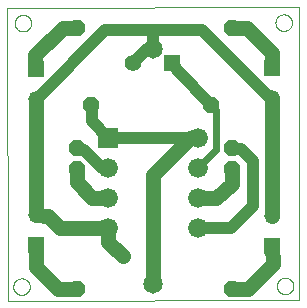
<source format=gtl>
G75*
%MOIN*%
%OFA0B0*%
%FSLAX25Y25*%
%IPPOS*%
%LPD*%
%AMOC8*
5,1,8,0,0,1.08239X$1,22.5*
%
%ADD10C,0.00000*%
%ADD11C,0.04500*%
%ADD12R,0.05200X0.05200*%
%ADD13C,0.05200*%
%ADD14OC8,0.05200*%
%ADD15R,0.06600X0.06600*%
%ADD16C,0.06600*%
%ADD17C,0.06500*%
%ADD18R,0.05500X0.05500*%
%ADD19C,0.05500*%
%ADD20C,0.05000*%
%ADD21C,0.04000*%
%ADD22C,0.02400*%
D10*
X0087560Y0073920D02*
X0087460Y0171521D01*
X0184721Y0171701D01*
X0184821Y0074100D01*
X0087560Y0073920D01*
X0089444Y0078580D02*
X0089446Y0078685D01*
X0089452Y0078790D01*
X0089462Y0078894D01*
X0089476Y0078998D01*
X0089494Y0079102D01*
X0089516Y0079204D01*
X0089541Y0079306D01*
X0089571Y0079407D01*
X0089604Y0079506D01*
X0089641Y0079604D01*
X0089682Y0079701D01*
X0089727Y0079796D01*
X0089775Y0079889D01*
X0089826Y0079981D01*
X0089882Y0080070D01*
X0089940Y0080157D01*
X0090002Y0080242D01*
X0090066Y0080325D01*
X0090134Y0080405D01*
X0090205Y0080482D01*
X0090279Y0080556D01*
X0090356Y0080628D01*
X0090435Y0080697D01*
X0090517Y0080762D01*
X0090601Y0080825D01*
X0090688Y0080884D01*
X0090777Y0080940D01*
X0090868Y0080993D01*
X0090961Y0081042D01*
X0091055Y0081087D01*
X0091151Y0081129D01*
X0091249Y0081167D01*
X0091348Y0081201D01*
X0091449Y0081232D01*
X0091550Y0081258D01*
X0091653Y0081281D01*
X0091756Y0081300D01*
X0091860Y0081315D01*
X0091964Y0081326D01*
X0092069Y0081333D01*
X0092174Y0081336D01*
X0092279Y0081335D01*
X0092384Y0081330D01*
X0092488Y0081321D01*
X0092592Y0081308D01*
X0092696Y0081291D01*
X0092799Y0081270D01*
X0092901Y0081245D01*
X0093002Y0081217D01*
X0093101Y0081184D01*
X0093200Y0081148D01*
X0093297Y0081108D01*
X0093392Y0081065D01*
X0093486Y0081017D01*
X0093578Y0080967D01*
X0093668Y0080913D01*
X0093756Y0080855D01*
X0093841Y0080794D01*
X0093924Y0080730D01*
X0094005Y0080663D01*
X0094083Y0080593D01*
X0094158Y0080519D01*
X0094230Y0080444D01*
X0094300Y0080365D01*
X0094366Y0080284D01*
X0094430Y0080200D01*
X0094490Y0080114D01*
X0094546Y0080026D01*
X0094600Y0079935D01*
X0094650Y0079843D01*
X0094696Y0079749D01*
X0094739Y0079653D01*
X0094778Y0079555D01*
X0094813Y0079457D01*
X0094844Y0079356D01*
X0094872Y0079255D01*
X0094896Y0079153D01*
X0094916Y0079050D01*
X0094932Y0078946D01*
X0094944Y0078842D01*
X0094952Y0078737D01*
X0094956Y0078632D01*
X0094956Y0078528D01*
X0094952Y0078423D01*
X0094944Y0078318D01*
X0094932Y0078214D01*
X0094916Y0078110D01*
X0094896Y0078007D01*
X0094872Y0077905D01*
X0094844Y0077804D01*
X0094813Y0077703D01*
X0094778Y0077605D01*
X0094739Y0077507D01*
X0094696Y0077411D01*
X0094650Y0077317D01*
X0094600Y0077225D01*
X0094546Y0077134D01*
X0094490Y0077046D01*
X0094430Y0076960D01*
X0094366Y0076876D01*
X0094300Y0076795D01*
X0094230Y0076716D01*
X0094158Y0076641D01*
X0094083Y0076567D01*
X0094005Y0076497D01*
X0093924Y0076430D01*
X0093841Y0076366D01*
X0093756Y0076305D01*
X0093668Y0076247D01*
X0093578Y0076193D01*
X0093486Y0076143D01*
X0093392Y0076095D01*
X0093297Y0076052D01*
X0093200Y0076012D01*
X0093101Y0075976D01*
X0093002Y0075943D01*
X0092901Y0075915D01*
X0092799Y0075890D01*
X0092696Y0075869D01*
X0092592Y0075852D01*
X0092488Y0075839D01*
X0092384Y0075830D01*
X0092279Y0075825D01*
X0092174Y0075824D01*
X0092069Y0075827D01*
X0091964Y0075834D01*
X0091860Y0075845D01*
X0091756Y0075860D01*
X0091653Y0075879D01*
X0091550Y0075902D01*
X0091449Y0075928D01*
X0091348Y0075959D01*
X0091249Y0075993D01*
X0091151Y0076031D01*
X0091055Y0076073D01*
X0090961Y0076118D01*
X0090868Y0076167D01*
X0090777Y0076220D01*
X0090688Y0076276D01*
X0090601Y0076335D01*
X0090517Y0076398D01*
X0090435Y0076463D01*
X0090356Y0076532D01*
X0090279Y0076604D01*
X0090205Y0076678D01*
X0090134Y0076755D01*
X0090066Y0076835D01*
X0090002Y0076918D01*
X0089940Y0077003D01*
X0089882Y0077090D01*
X0089826Y0077179D01*
X0089775Y0077271D01*
X0089727Y0077364D01*
X0089682Y0077459D01*
X0089641Y0077556D01*
X0089604Y0077654D01*
X0089571Y0077753D01*
X0089541Y0077854D01*
X0089516Y0077956D01*
X0089494Y0078058D01*
X0089476Y0078162D01*
X0089462Y0078266D01*
X0089452Y0078370D01*
X0089446Y0078475D01*
X0089444Y0078580D01*
X0095325Y0092340D02*
X0095327Y0092419D01*
X0095333Y0092498D01*
X0095343Y0092577D01*
X0095357Y0092655D01*
X0095374Y0092732D01*
X0095396Y0092808D01*
X0095421Y0092883D01*
X0095451Y0092956D01*
X0095483Y0093028D01*
X0095520Y0093099D01*
X0095560Y0093167D01*
X0095603Y0093233D01*
X0095649Y0093297D01*
X0095699Y0093359D01*
X0095752Y0093418D01*
X0095807Y0093474D01*
X0095866Y0093528D01*
X0095927Y0093578D01*
X0095990Y0093626D01*
X0096056Y0093670D01*
X0096124Y0093711D01*
X0096194Y0093748D01*
X0096265Y0093782D01*
X0096339Y0093812D01*
X0096413Y0093838D01*
X0096489Y0093860D01*
X0096566Y0093879D01*
X0096644Y0093894D01*
X0096722Y0093905D01*
X0096801Y0093912D01*
X0096880Y0093915D01*
X0096959Y0093914D01*
X0097038Y0093909D01*
X0097117Y0093900D01*
X0097195Y0093887D01*
X0097272Y0093870D01*
X0097349Y0093850D01*
X0097424Y0093825D01*
X0097498Y0093797D01*
X0097571Y0093765D01*
X0097641Y0093730D01*
X0097710Y0093691D01*
X0097777Y0093648D01*
X0097842Y0093602D01*
X0097904Y0093554D01*
X0097964Y0093502D01*
X0098021Y0093447D01*
X0098075Y0093389D01*
X0098126Y0093329D01*
X0098174Y0093266D01*
X0098219Y0093201D01*
X0098261Y0093133D01*
X0098299Y0093064D01*
X0098333Y0092993D01*
X0098364Y0092920D01*
X0098392Y0092845D01*
X0098415Y0092770D01*
X0098435Y0092693D01*
X0098451Y0092616D01*
X0098463Y0092537D01*
X0098471Y0092459D01*
X0098475Y0092380D01*
X0098475Y0092300D01*
X0098471Y0092221D01*
X0098463Y0092143D01*
X0098451Y0092064D01*
X0098435Y0091987D01*
X0098415Y0091910D01*
X0098392Y0091835D01*
X0098364Y0091760D01*
X0098333Y0091687D01*
X0098299Y0091616D01*
X0098261Y0091547D01*
X0098219Y0091479D01*
X0098174Y0091414D01*
X0098126Y0091351D01*
X0098075Y0091291D01*
X0098021Y0091233D01*
X0097964Y0091178D01*
X0097904Y0091126D01*
X0097842Y0091078D01*
X0097777Y0091032D01*
X0097710Y0090989D01*
X0097641Y0090950D01*
X0097571Y0090915D01*
X0097498Y0090883D01*
X0097424Y0090855D01*
X0097349Y0090830D01*
X0097272Y0090810D01*
X0097195Y0090793D01*
X0097117Y0090780D01*
X0097038Y0090771D01*
X0096959Y0090766D01*
X0096880Y0090765D01*
X0096801Y0090768D01*
X0096722Y0090775D01*
X0096644Y0090786D01*
X0096566Y0090801D01*
X0096489Y0090820D01*
X0096413Y0090842D01*
X0096339Y0090868D01*
X0096265Y0090898D01*
X0096194Y0090932D01*
X0096124Y0090969D01*
X0096056Y0091010D01*
X0095990Y0091054D01*
X0095927Y0091102D01*
X0095866Y0091152D01*
X0095807Y0091206D01*
X0095752Y0091262D01*
X0095699Y0091321D01*
X0095649Y0091383D01*
X0095603Y0091447D01*
X0095560Y0091513D01*
X0095520Y0091581D01*
X0095483Y0091652D01*
X0095451Y0091724D01*
X0095421Y0091797D01*
X0095396Y0091872D01*
X0095374Y0091948D01*
X0095357Y0092025D01*
X0095343Y0092103D01*
X0095333Y0092182D01*
X0095327Y0092261D01*
X0095325Y0092340D01*
X0095325Y0102480D02*
X0095327Y0102559D01*
X0095333Y0102638D01*
X0095343Y0102717D01*
X0095357Y0102795D01*
X0095374Y0102872D01*
X0095396Y0102948D01*
X0095421Y0103023D01*
X0095451Y0103096D01*
X0095483Y0103168D01*
X0095520Y0103239D01*
X0095560Y0103307D01*
X0095603Y0103373D01*
X0095649Y0103437D01*
X0095699Y0103499D01*
X0095752Y0103558D01*
X0095807Y0103614D01*
X0095866Y0103668D01*
X0095927Y0103718D01*
X0095990Y0103766D01*
X0096056Y0103810D01*
X0096124Y0103851D01*
X0096194Y0103888D01*
X0096265Y0103922D01*
X0096339Y0103952D01*
X0096413Y0103978D01*
X0096489Y0104000D01*
X0096566Y0104019D01*
X0096644Y0104034D01*
X0096722Y0104045D01*
X0096801Y0104052D01*
X0096880Y0104055D01*
X0096959Y0104054D01*
X0097038Y0104049D01*
X0097117Y0104040D01*
X0097195Y0104027D01*
X0097272Y0104010D01*
X0097349Y0103990D01*
X0097424Y0103965D01*
X0097498Y0103937D01*
X0097571Y0103905D01*
X0097641Y0103870D01*
X0097710Y0103831D01*
X0097777Y0103788D01*
X0097842Y0103742D01*
X0097904Y0103694D01*
X0097964Y0103642D01*
X0098021Y0103587D01*
X0098075Y0103529D01*
X0098126Y0103469D01*
X0098174Y0103406D01*
X0098219Y0103341D01*
X0098261Y0103273D01*
X0098299Y0103204D01*
X0098333Y0103133D01*
X0098364Y0103060D01*
X0098392Y0102985D01*
X0098415Y0102910D01*
X0098435Y0102833D01*
X0098451Y0102756D01*
X0098463Y0102677D01*
X0098471Y0102599D01*
X0098475Y0102520D01*
X0098475Y0102440D01*
X0098471Y0102361D01*
X0098463Y0102283D01*
X0098451Y0102204D01*
X0098435Y0102127D01*
X0098415Y0102050D01*
X0098392Y0101975D01*
X0098364Y0101900D01*
X0098333Y0101827D01*
X0098299Y0101756D01*
X0098261Y0101687D01*
X0098219Y0101619D01*
X0098174Y0101554D01*
X0098126Y0101491D01*
X0098075Y0101431D01*
X0098021Y0101373D01*
X0097964Y0101318D01*
X0097904Y0101266D01*
X0097842Y0101218D01*
X0097777Y0101172D01*
X0097710Y0101129D01*
X0097641Y0101090D01*
X0097571Y0101055D01*
X0097498Y0101023D01*
X0097424Y0100995D01*
X0097349Y0100970D01*
X0097272Y0100950D01*
X0097195Y0100933D01*
X0097117Y0100920D01*
X0097038Y0100911D01*
X0096959Y0100906D01*
X0096880Y0100905D01*
X0096801Y0100908D01*
X0096722Y0100915D01*
X0096644Y0100926D01*
X0096566Y0100941D01*
X0096489Y0100960D01*
X0096413Y0100982D01*
X0096339Y0101008D01*
X0096265Y0101038D01*
X0096194Y0101072D01*
X0096124Y0101109D01*
X0096056Y0101150D01*
X0095990Y0101194D01*
X0095927Y0101242D01*
X0095866Y0101292D01*
X0095807Y0101346D01*
X0095752Y0101402D01*
X0095699Y0101461D01*
X0095649Y0101523D01*
X0095603Y0101587D01*
X0095560Y0101653D01*
X0095520Y0101721D01*
X0095483Y0101792D01*
X0095451Y0101864D01*
X0095421Y0101937D01*
X0095396Y0102012D01*
X0095374Y0102088D01*
X0095357Y0102165D01*
X0095343Y0102243D01*
X0095333Y0102322D01*
X0095327Y0102401D01*
X0095325Y0102480D01*
X0109005Y0117720D02*
X0109007Y0117799D01*
X0109013Y0117878D01*
X0109023Y0117957D01*
X0109037Y0118035D01*
X0109054Y0118112D01*
X0109076Y0118188D01*
X0109101Y0118263D01*
X0109131Y0118336D01*
X0109163Y0118408D01*
X0109200Y0118479D01*
X0109240Y0118547D01*
X0109283Y0118613D01*
X0109329Y0118677D01*
X0109379Y0118739D01*
X0109432Y0118798D01*
X0109487Y0118854D01*
X0109546Y0118908D01*
X0109607Y0118958D01*
X0109670Y0119006D01*
X0109736Y0119050D01*
X0109804Y0119091D01*
X0109874Y0119128D01*
X0109945Y0119162D01*
X0110019Y0119192D01*
X0110093Y0119218D01*
X0110169Y0119240D01*
X0110246Y0119259D01*
X0110324Y0119274D01*
X0110402Y0119285D01*
X0110481Y0119292D01*
X0110560Y0119295D01*
X0110639Y0119294D01*
X0110718Y0119289D01*
X0110797Y0119280D01*
X0110875Y0119267D01*
X0110952Y0119250D01*
X0111029Y0119230D01*
X0111104Y0119205D01*
X0111178Y0119177D01*
X0111251Y0119145D01*
X0111321Y0119110D01*
X0111390Y0119071D01*
X0111457Y0119028D01*
X0111522Y0118982D01*
X0111584Y0118934D01*
X0111644Y0118882D01*
X0111701Y0118827D01*
X0111755Y0118769D01*
X0111806Y0118709D01*
X0111854Y0118646D01*
X0111899Y0118581D01*
X0111941Y0118513D01*
X0111979Y0118444D01*
X0112013Y0118373D01*
X0112044Y0118300D01*
X0112072Y0118225D01*
X0112095Y0118150D01*
X0112115Y0118073D01*
X0112131Y0117996D01*
X0112143Y0117917D01*
X0112151Y0117839D01*
X0112155Y0117760D01*
X0112155Y0117680D01*
X0112151Y0117601D01*
X0112143Y0117523D01*
X0112131Y0117444D01*
X0112115Y0117367D01*
X0112095Y0117290D01*
X0112072Y0117215D01*
X0112044Y0117140D01*
X0112013Y0117067D01*
X0111979Y0116996D01*
X0111941Y0116927D01*
X0111899Y0116859D01*
X0111854Y0116794D01*
X0111806Y0116731D01*
X0111755Y0116671D01*
X0111701Y0116613D01*
X0111644Y0116558D01*
X0111584Y0116506D01*
X0111522Y0116458D01*
X0111457Y0116412D01*
X0111390Y0116369D01*
X0111321Y0116330D01*
X0111251Y0116295D01*
X0111178Y0116263D01*
X0111104Y0116235D01*
X0111029Y0116210D01*
X0110952Y0116190D01*
X0110875Y0116173D01*
X0110797Y0116160D01*
X0110718Y0116151D01*
X0110639Y0116146D01*
X0110560Y0116145D01*
X0110481Y0116148D01*
X0110402Y0116155D01*
X0110324Y0116166D01*
X0110246Y0116181D01*
X0110169Y0116200D01*
X0110093Y0116222D01*
X0110019Y0116248D01*
X0109945Y0116278D01*
X0109874Y0116312D01*
X0109804Y0116349D01*
X0109736Y0116390D01*
X0109670Y0116434D01*
X0109607Y0116482D01*
X0109546Y0116532D01*
X0109487Y0116586D01*
X0109432Y0116642D01*
X0109379Y0116701D01*
X0109329Y0116763D01*
X0109283Y0116827D01*
X0109240Y0116893D01*
X0109200Y0116961D01*
X0109163Y0117032D01*
X0109131Y0117104D01*
X0109101Y0117177D01*
X0109076Y0117252D01*
X0109054Y0117328D01*
X0109037Y0117405D01*
X0109023Y0117483D01*
X0109013Y0117562D01*
X0109007Y0117641D01*
X0109005Y0117720D01*
X0109125Y0124860D02*
X0109127Y0124939D01*
X0109133Y0125018D01*
X0109143Y0125097D01*
X0109157Y0125175D01*
X0109174Y0125252D01*
X0109196Y0125328D01*
X0109221Y0125403D01*
X0109251Y0125476D01*
X0109283Y0125548D01*
X0109320Y0125619D01*
X0109360Y0125687D01*
X0109403Y0125753D01*
X0109449Y0125817D01*
X0109499Y0125879D01*
X0109552Y0125938D01*
X0109607Y0125994D01*
X0109666Y0126048D01*
X0109727Y0126098D01*
X0109790Y0126146D01*
X0109856Y0126190D01*
X0109924Y0126231D01*
X0109994Y0126268D01*
X0110065Y0126302D01*
X0110139Y0126332D01*
X0110213Y0126358D01*
X0110289Y0126380D01*
X0110366Y0126399D01*
X0110444Y0126414D01*
X0110522Y0126425D01*
X0110601Y0126432D01*
X0110680Y0126435D01*
X0110759Y0126434D01*
X0110838Y0126429D01*
X0110917Y0126420D01*
X0110995Y0126407D01*
X0111072Y0126390D01*
X0111149Y0126370D01*
X0111224Y0126345D01*
X0111298Y0126317D01*
X0111371Y0126285D01*
X0111441Y0126250D01*
X0111510Y0126211D01*
X0111577Y0126168D01*
X0111642Y0126122D01*
X0111704Y0126074D01*
X0111764Y0126022D01*
X0111821Y0125967D01*
X0111875Y0125909D01*
X0111926Y0125849D01*
X0111974Y0125786D01*
X0112019Y0125721D01*
X0112061Y0125653D01*
X0112099Y0125584D01*
X0112133Y0125513D01*
X0112164Y0125440D01*
X0112192Y0125365D01*
X0112215Y0125290D01*
X0112235Y0125213D01*
X0112251Y0125136D01*
X0112263Y0125057D01*
X0112271Y0124979D01*
X0112275Y0124900D01*
X0112275Y0124820D01*
X0112271Y0124741D01*
X0112263Y0124663D01*
X0112251Y0124584D01*
X0112235Y0124507D01*
X0112215Y0124430D01*
X0112192Y0124355D01*
X0112164Y0124280D01*
X0112133Y0124207D01*
X0112099Y0124136D01*
X0112061Y0124067D01*
X0112019Y0123999D01*
X0111974Y0123934D01*
X0111926Y0123871D01*
X0111875Y0123811D01*
X0111821Y0123753D01*
X0111764Y0123698D01*
X0111704Y0123646D01*
X0111642Y0123598D01*
X0111577Y0123552D01*
X0111510Y0123509D01*
X0111441Y0123470D01*
X0111371Y0123435D01*
X0111298Y0123403D01*
X0111224Y0123375D01*
X0111149Y0123350D01*
X0111072Y0123330D01*
X0110995Y0123313D01*
X0110917Y0123300D01*
X0110838Y0123291D01*
X0110759Y0123286D01*
X0110680Y0123285D01*
X0110601Y0123288D01*
X0110522Y0123295D01*
X0110444Y0123306D01*
X0110366Y0123321D01*
X0110289Y0123340D01*
X0110213Y0123362D01*
X0110139Y0123388D01*
X0110065Y0123418D01*
X0109994Y0123452D01*
X0109924Y0123489D01*
X0109856Y0123530D01*
X0109790Y0123574D01*
X0109727Y0123622D01*
X0109666Y0123672D01*
X0109607Y0123726D01*
X0109552Y0123782D01*
X0109499Y0123841D01*
X0109449Y0123903D01*
X0109403Y0123967D01*
X0109360Y0124033D01*
X0109320Y0124101D01*
X0109283Y0124172D01*
X0109251Y0124244D01*
X0109221Y0124317D01*
X0109196Y0124392D01*
X0109174Y0124468D01*
X0109157Y0124545D01*
X0109143Y0124623D01*
X0109133Y0124702D01*
X0109127Y0124781D01*
X0109125Y0124860D01*
X0118735Y0128340D02*
X0118737Y0128433D01*
X0118743Y0128525D01*
X0118753Y0128617D01*
X0118767Y0128708D01*
X0118784Y0128799D01*
X0118806Y0128889D01*
X0118831Y0128978D01*
X0118860Y0129066D01*
X0118893Y0129152D01*
X0118930Y0129237D01*
X0118970Y0129321D01*
X0119014Y0129402D01*
X0119061Y0129482D01*
X0119111Y0129560D01*
X0119165Y0129635D01*
X0119222Y0129708D01*
X0119282Y0129778D01*
X0119345Y0129846D01*
X0119411Y0129911D01*
X0119479Y0129973D01*
X0119550Y0130033D01*
X0119624Y0130089D01*
X0119700Y0130142D01*
X0119778Y0130191D01*
X0119858Y0130238D01*
X0119940Y0130280D01*
X0120024Y0130320D01*
X0120109Y0130355D01*
X0120196Y0130387D01*
X0120284Y0130416D01*
X0120373Y0130440D01*
X0120463Y0130461D01*
X0120554Y0130477D01*
X0120646Y0130490D01*
X0120738Y0130499D01*
X0120831Y0130504D01*
X0120923Y0130505D01*
X0121016Y0130502D01*
X0121108Y0130495D01*
X0121200Y0130484D01*
X0121291Y0130469D01*
X0121382Y0130451D01*
X0121472Y0130428D01*
X0121560Y0130402D01*
X0121648Y0130372D01*
X0121734Y0130338D01*
X0121818Y0130301D01*
X0121901Y0130259D01*
X0121982Y0130215D01*
X0122062Y0130167D01*
X0122139Y0130116D01*
X0122213Y0130061D01*
X0122286Y0130003D01*
X0122356Y0129943D01*
X0122423Y0129879D01*
X0122487Y0129813D01*
X0122549Y0129743D01*
X0122607Y0129672D01*
X0122662Y0129598D01*
X0122714Y0129521D01*
X0122763Y0129442D01*
X0122809Y0129362D01*
X0122851Y0129279D01*
X0122889Y0129195D01*
X0122924Y0129109D01*
X0122955Y0129022D01*
X0122982Y0128934D01*
X0123005Y0128844D01*
X0123025Y0128754D01*
X0123041Y0128663D01*
X0123053Y0128571D01*
X0123061Y0128479D01*
X0123065Y0128386D01*
X0123065Y0128294D01*
X0123061Y0128201D01*
X0123053Y0128109D01*
X0123041Y0128017D01*
X0123025Y0127926D01*
X0123005Y0127836D01*
X0122982Y0127746D01*
X0122955Y0127658D01*
X0122924Y0127571D01*
X0122889Y0127485D01*
X0122851Y0127401D01*
X0122809Y0127318D01*
X0122763Y0127238D01*
X0122714Y0127159D01*
X0122662Y0127082D01*
X0122607Y0127008D01*
X0122549Y0126937D01*
X0122487Y0126867D01*
X0122423Y0126801D01*
X0122356Y0126737D01*
X0122286Y0126677D01*
X0122213Y0126619D01*
X0122139Y0126564D01*
X0122062Y0126513D01*
X0121983Y0126465D01*
X0121901Y0126421D01*
X0121818Y0126379D01*
X0121734Y0126342D01*
X0121648Y0126308D01*
X0121560Y0126278D01*
X0121472Y0126252D01*
X0121382Y0126229D01*
X0121291Y0126211D01*
X0121200Y0126196D01*
X0121108Y0126185D01*
X0121016Y0126178D01*
X0120923Y0126175D01*
X0120831Y0126176D01*
X0120738Y0126181D01*
X0120646Y0126190D01*
X0120554Y0126203D01*
X0120463Y0126219D01*
X0120373Y0126240D01*
X0120284Y0126264D01*
X0120196Y0126293D01*
X0120109Y0126325D01*
X0120024Y0126360D01*
X0119940Y0126400D01*
X0119858Y0126442D01*
X0119778Y0126489D01*
X0119700Y0126538D01*
X0119624Y0126591D01*
X0119550Y0126647D01*
X0119479Y0126707D01*
X0119411Y0126769D01*
X0119345Y0126834D01*
X0119282Y0126902D01*
X0119222Y0126972D01*
X0119165Y0127045D01*
X0119111Y0127120D01*
X0119061Y0127198D01*
X0119014Y0127278D01*
X0118970Y0127359D01*
X0118930Y0127443D01*
X0118893Y0127528D01*
X0118860Y0127614D01*
X0118831Y0127702D01*
X0118806Y0127791D01*
X0118784Y0127881D01*
X0118767Y0127972D01*
X0118753Y0128063D01*
X0118743Y0128155D01*
X0118737Y0128247D01*
X0118735Y0128340D01*
X0118795Y0118320D02*
X0118797Y0118413D01*
X0118803Y0118505D01*
X0118813Y0118597D01*
X0118827Y0118688D01*
X0118844Y0118779D01*
X0118866Y0118869D01*
X0118891Y0118958D01*
X0118920Y0119046D01*
X0118953Y0119132D01*
X0118990Y0119217D01*
X0119030Y0119301D01*
X0119074Y0119382D01*
X0119121Y0119462D01*
X0119171Y0119540D01*
X0119225Y0119615D01*
X0119282Y0119688D01*
X0119342Y0119758D01*
X0119405Y0119826D01*
X0119471Y0119891D01*
X0119539Y0119953D01*
X0119610Y0120013D01*
X0119684Y0120069D01*
X0119760Y0120122D01*
X0119838Y0120171D01*
X0119918Y0120218D01*
X0120000Y0120260D01*
X0120084Y0120300D01*
X0120169Y0120335D01*
X0120256Y0120367D01*
X0120344Y0120396D01*
X0120433Y0120420D01*
X0120523Y0120441D01*
X0120614Y0120457D01*
X0120706Y0120470D01*
X0120798Y0120479D01*
X0120891Y0120484D01*
X0120983Y0120485D01*
X0121076Y0120482D01*
X0121168Y0120475D01*
X0121260Y0120464D01*
X0121351Y0120449D01*
X0121442Y0120431D01*
X0121532Y0120408D01*
X0121620Y0120382D01*
X0121708Y0120352D01*
X0121794Y0120318D01*
X0121878Y0120281D01*
X0121961Y0120239D01*
X0122042Y0120195D01*
X0122122Y0120147D01*
X0122199Y0120096D01*
X0122273Y0120041D01*
X0122346Y0119983D01*
X0122416Y0119923D01*
X0122483Y0119859D01*
X0122547Y0119793D01*
X0122609Y0119723D01*
X0122667Y0119652D01*
X0122722Y0119578D01*
X0122774Y0119501D01*
X0122823Y0119422D01*
X0122869Y0119342D01*
X0122911Y0119259D01*
X0122949Y0119175D01*
X0122984Y0119089D01*
X0123015Y0119002D01*
X0123042Y0118914D01*
X0123065Y0118824D01*
X0123085Y0118734D01*
X0123101Y0118643D01*
X0123113Y0118551D01*
X0123121Y0118459D01*
X0123125Y0118366D01*
X0123125Y0118274D01*
X0123121Y0118181D01*
X0123113Y0118089D01*
X0123101Y0117997D01*
X0123085Y0117906D01*
X0123065Y0117816D01*
X0123042Y0117726D01*
X0123015Y0117638D01*
X0122984Y0117551D01*
X0122949Y0117465D01*
X0122911Y0117381D01*
X0122869Y0117298D01*
X0122823Y0117218D01*
X0122774Y0117139D01*
X0122722Y0117062D01*
X0122667Y0116988D01*
X0122609Y0116917D01*
X0122547Y0116847D01*
X0122483Y0116781D01*
X0122416Y0116717D01*
X0122346Y0116657D01*
X0122273Y0116599D01*
X0122199Y0116544D01*
X0122122Y0116493D01*
X0122043Y0116445D01*
X0121961Y0116401D01*
X0121878Y0116359D01*
X0121794Y0116322D01*
X0121708Y0116288D01*
X0121620Y0116258D01*
X0121532Y0116232D01*
X0121442Y0116209D01*
X0121351Y0116191D01*
X0121260Y0116176D01*
X0121168Y0116165D01*
X0121076Y0116158D01*
X0120983Y0116155D01*
X0120891Y0116156D01*
X0120798Y0116161D01*
X0120706Y0116170D01*
X0120614Y0116183D01*
X0120523Y0116199D01*
X0120433Y0116220D01*
X0120344Y0116244D01*
X0120256Y0116273D01*
X0120169Y0116305D01*
X0120084Y0116340D01*
X0120000Y0116380D01*
X0119918Y0116422D01*
X0119838Y0116469D01*
X0119760Y0116518D01*
X0119684Y0116571D01*
X0119610Y0116627D01*
X0119539Y0116687D01*
X0119471Y0116749D01*
X0119405Y0116814D01*
X0119342Y0116882D01*
X0119282Y0116952D01*
X0119225Y0117025D01*
X0119171Y0117100D01*
X0119121Y0117178D01*
X0119074Y0117258D01*
X0119030Y0117339D01*
X0118990Y0117423D01*
X0118953Y0117508D01*
X0118920Y0117594D01*
X0118891Y0117682D01*
X0118866Y0117771D01*
X0118844Y0117861D01*
X0118827Y0117952D01*
X0118813Y0118043D01*
X0118803Y0118135D01*
X0118797Y0118227D01*
X0118795Y0118320D01*
X0118795Y0108300D02*
X0118797Y0108393D01*
X0118803Y0108485D01*
X0118813Y0108577D01*
X0118827Y0108668D01*
X0118844Y0108759D01*
X0118866Y0108849D01*
X0118891Y0108938D01*
X0118920Y0109026D01*
X0118953Y0109112D01*
X0118990Y0109197D01*
X0119030Y0109281D01*
X0119074Y0109362D01*
X0119121Y0109442D01*
X0119171Y0109520D01*
X0119225Y0109595D01*
X0119282Y0109668D01*
X0119342Y0109738D01*
X0119405Y0109806D01*
X0119471Y0109871D01*
X0119539Y0109933D01*
X0119610Y0109993D01*
X0119684Y0110049D01*
X0119760Y0110102D01*
X0119838Y0110151D01*
X0119918Y0110198D01*
X0120000Y0110240D01*
X0120084Y0110280D01*
X0120169Y0110315D01*
X0120256Y0110347D01*
X0120344Y0110376D01*
X0120433Y0110400D01*
X0120523Y0110421D01*
X0120614Y0110437D01*
X0120706Y0110450D01*
X0120798Y0110459D01*
X0120891Y0110464D01*
X0120983Y0110465D01*
X0121076Y0110462D01*
X0121168Y0110455D01*
X0121260Y0110444D01*
X0121351Y0110429D01*
X0121442Y0110411D01*
X0121532Y0110388D01*
X0121620Y0110362D01*
X0121708Y0110332D01*
X0121794Y0110298D01*
X0121878Y0110261D01*
X0121961Y0110219D01*
X0122042Y0110175D01*
X0122122Y0110127D01*
X0122199Y0110076D01*
X0122273Y0110021D01*
X0122346Y0109963D01*
X0122416Y0109903D01*
X0122483Y0109839D01*
X0122547Y0109773D01*
X0122609Y0109703D01*
X0122667Y0109632D01*
X0122722Y0109558D01*
X0122774Y0109481D01*
X0122823Y0109402D01*
X0122869Y0109322D01*
X0122911Y0109239D01*
X0122949Y0109155D01*
X0122984Y0109069D01*
X0123015Y0108982D01*
X0123042Y0108894D01*
X0123065Y0108804D01*
X0123085Y0108714D01*
X0123101Y0108623D01*
X0123113Y0108531D01*
X0123121Y0108439D01*
X0123125Y0108346D01*
X0123125Y0108254D01*
X0123121Y0108161D01*
X0123113Y0108069D01*
X0123101Y0107977D01*
X0123085Y0107886D01*
X0123065Y0107796D01*
X0123042Y0107706D01*
X0123015Y0107618D01*
X0122984Y0107531D01*
X0122949Y0107445D01*
X0122911Y0107361D01*
X0122869Y0107278D01*
X0122823Y0107198D01*
X0122774Y0107119D01*
X0122722Y0107042D01*
X0122667Y0106968D01*
X0122609Y0106897D01*
X0122547Y0106827D01*
X0122483Y0106761D01*
X0122416Y0106697D01*
X0122346Y0106637D01*
X0122273Y0106579D01*
X0122199Y0106524D01*
X0122122Y0106473D01*
X0122043Y0106425D01*
X0121961Y0106381D01*
X0121878Y0106339D01*
X0121794Y0106302D01*
X0121708Y0106268D01*
X0121620Y0106238D01*
X0121532Y0106212D01*
X0121442Y0106189D01*
X0121351Y0106171D01*
X0121260Y0106156D01*
X0121168Y0106145D01*
X0121076Y0106138D01*
X0120983Y0106135D01*
X0120891Y0106136D01*
X0120798Y0106141D01*
X0120706Y0106150D01*
X0120614Y0106163D01*
X0120523Y0106179D01*
X0120433Y0106200D01*
X0120344Y0106224D01*
X0120256Y0106253D01*
X0120169Y0106285D01*
X0120084Y0106320D01*
X0120000Y0106360D01*
X0119918Y0106402D01*
X0119838Y0106449D01*
X0119760Y0106498D01*
X0119684Y0106551D01*
X0119610Y0106607D01*
X0119539Y0106667D01*
X0119471Y0106729D01*
X0119405Y0106794D01*
X0119342Y0106862D01*
X0119282Y0106932D01*
X0119225Y0107005D01*
X0119171Y0107080D01*
X0119121Y0107158D01*
X0119074Y0107238D01*
X0119030Y0107319D01*
X0118990Y0107403D01*
X0118953Y0107488D01*
X0118920Y0107574D01*
X0118891Y0107662D01*
X0118866Y0107751D01*
X0118844Y0107841D01*
X0118827Y0107932D01*
X0118813Y0108023D01*
X0118803Y0108115D01*
X0118797Y0108207D01*
X0118795Y0108300D01*
X0118735Y0098340D02*
X0118737Y0098433D01*
X0118743Y0098525D01*
X0118753Y0098617D01*
X0118767Y0098708D01*
X0118784Y0098799D01*
X0118806Y0098889D01*
X0118831Y0098978D01*
X0118860Y0099066D01*
X0118893Y0099152D01*
X0118930Y0099237D01*
X0118970Y0099321D01*
X0119014Y0099402D01*
X0119061Y0099482D01*
X0119111Y0099560D01*
X0119165Y0099635D01*
X0119222Y0099708D01*
X0119282Y0099778D01*
X0119345Y0099846D01*
X0119411Y0099911D01*
X0119479Y0099973D01*
X0119550Y0100033D01*
X0119624Y0100089D01*
X0119700Y0100142D01*
X0119778Y0100191D01*
X0119858Y0100238D01*
X0119940Y0100280D01*
X0120024Y0100320D01*
X0120109Y0100355D01*
X0120196Y0100387D01*
X0120284Y0100416D01*
X0120373Y0100440D01*
X0120463Y0100461D01*
X0120554Y0100477D01*
X0120646Y0100490D01*
X0120738Y0100499D01*
X0120831Y0100504D01*
X0120923Y0100505D01*
X0121016Y0100502D01*
X0121108Y0100495D01*
X0121200Y0100484D01*
X0121291Y0100469D01*
X0121382Y0100451D01*
X0121472Y0100428D01*
X0121560Y0100402D01*
X0121648Y0100372D01*
X0121734Y0100338D01*
X0121818Y0100301D01*
X0121901Y0100259D01*
X0121982Y0100215D01*
X0122062Y0100167D01*
X0122139Y0100116D01*
X0122213Y0100061D01*
X0122286Y0100003D01*
X0122356Y0099943D01*
X0122423Y0099879D01*
X0122487Y0099813D01*
X0122549Y0099743D01*
X0122607Y0099672D01*
X0122662Y0099598D01*
X0122714Y0099521D01*
X0122763Y0099442D01*
X0122809Y0099362D01*
X0122851Y0099279D01*
X0122889Y0099195D01*
X0122924Y0099109D01*
X0122955Y0099022D01*
X0122982Y0098934D01*
X0123005Y0098844D01*
X0123025Y0098754D01*
X0123041Y0098663D01*
X0123053Y0098571D01*
X0123061Y0098479D01*
X0123065Y0098386D01*
X0123065Y0098294D01*
X0123061Y0098201D01*
X0123053Y0098109D01*
X0123041Y0098017D01*
X0123025Y0097926D01*
X0123005Y0097836D01*
X0122982Y0097746D01*
X0122955Y0097658D01*
X0122924Y0097571D01*
X0122889Y0097485D01*
X0122851Y0097401D01*
X0122809Y0097318D01*
X0122763Y0097238D01*
X0122714Y0097159D01*
X0122662Y0097082D01*
X0122607Y0097008D01*
X0122549Y0096937D01*
X0122487Y0096867D01*
X0122423Y0096801D01*
X0122356Y0096737D01*
X0122286Y0096677D01*
X0122213Y0096619D01*
X0122139Y0096564D01*
X0122062Y0096513D01*
X0121983Y0096465D01*
X0121901Y0096421D01*
X0121818Y0096379D01*
X0121734Y0096342D01*
X0121648Y0096308D01*
X0121560Y0096278D01*
X0121472Y0096252D01*
X0121382Y0096229D01*
X0121291Y0096211D01*
X0121200Y0096196D01*
X0121108Y0096185D01*
X0121016Y0096178D01*
X0120923Y0096175D01*
X0120831Y0096176D01*
X0120738Y0096181D01*
X0120646Y0096190D01*
X0120554Y0096203D01*
X0120463Y0096219D01*
X0120373Y0096240D01*
X0120284Y0096264D01*
X0120196Y0096293D01*
X0120109Y0096325D01*
X0120024Y0096360D01*
X0119940Y0096400D01*
X0119858Y0096442D01*
X0119778Y0096489D01*
X0119700Y0096538D01*
X0119624Y0096591D01*
X0119550Y0096647D01*
X0119479Y0096707D01*
X0119411Y0096769D01*
X0119345Y0096834D01*
X0119282Y0096902D01*
X0119222Y0096972D01*
X0119165Y0097045D01*
X0119111Y0097120D01*
X0119061Y0097198D01*
X0119014Y0097278D01*
X0118970Y0097359D01*
X0118930Y0097443D01*
X0118893Y0097528D01*
X0118860Y0097614D01*
X0118831Y0097702D01*
X0118806Y0097791D01*
X0118784Y0097881D01*
X0118767Y0097972D01*
X0118753Y0098063D01*
X0118743Y0098155D01*
X0118737Y0098247D01*
X0118735Y0098340D01*
X0124425Y0088680D02*
X0124427Y0088759D01*
X0124433Y0088838D01*
X0124443Y0088917D01*
X0124457Y0088995D01*
X0124474Y0089072D01*
X0124496Y0089148D01*
X0124521Y0089223D01*
X0124551Y0089296D01*
X0124583Y0089368D01*
X0124620Y0089439D01*
X0124660Y0089507D01*
X0124703Y0089573D01*
X0124749Y0089637D01*
X0124799Y0089699D01*
X0124852Y0089758D01*
X0124907Y0089814D01*
X0124966Y0089868D01*
X0125027Y0089918D01*
X0125090Y0089966D01*
X0125156Y0090010D01*
X0125224Y0090051D01*
X0125294Y0090088D01*
X0125365Y0090122D01*
X0125439Y0090152D01*
X0125513Y0090178D01*
X0125589Y0090200D01*
X0125666Y0090219D01*
X0125744Y0090234D01*
X0125822Y0090245D01*
X0125901Y0090252D01*
X0125980Y0090255D01*
X0126059Y0090254D01*
X0126138Y0090249D01*
X0126217Y0090240D01*
X0126295Y0090227D01*
X0126372Y0090210D01*
X0126449Y0090190D01*
X0126524Y0090165D01*
X0126598Y0090137D01*
X0126671Y0090105D01*
X0126741Y0090070D01*
X0126810Y0090031D01*
X0126877Y0089988D01*
X0126942Y0089942D01*
X0127004Y0089894D01*
X0127064Y0089842D01*
X0127121Y0089787D01*
X0127175Y0089729D01*
X0127226Y0089669D01*
X0127274Y0089606D01*
X0127319Y0089541D01*
X0127361Y0089473D01*
X0127399Y0089404D01*
X0127433Y0089333D01*
X0127464Y0089260D01*
X0127492Y0089185D01*
X0127515Y0089110D01*
X0127535Y0089033D01*
X0127551Y0088956D01*
X0127563Y0088877D01*
X0127571Y0088799D01*
X0127575Y0088720D01*
X0127575Y0088640D01*
X0127571Y0088561D01*
X0127563Y0088483D01*
X0127551Y0088404D01*
X0127535Y0088327D01*
X0127515Y0088250D01*
X0127492Y0088175D01*
X0127464Y0088100D01*
X0127433Y0088027D01*
X0127399Y0087956D01*
X0127361Y0087887D01*
X0127319Y0087819D01*
X0127274Y0087754D01*
X0127226Y0087691D01*
X0127175Y0087631D01*
X0127121Y0087573D01*
X0127064Y0087518D01*
X0127004Y0087466D01*
X0126942Y0087418D01*
X0126877Y0087372D01*
X0126810Y0087329D01*
X0126741Y0087290D01*
X0126671Y0087255D01*
X0126598Y0087223D01*
X0126524Y0087195D01*
X0126449Y0087170D01*
X0126372Y0087150D01*
X0126295Y0087133D01*
X0126217Y0087120D01*
X0126138Y0087111D01*
X0126059Y0087106D01*
X0125980Y0087105D01*
X0125901Y0087108D01*
X0125822Y0087115D01*
X0125744Y0087126D01*
X0125666Y0087141D01*
X0125589Y0087160D01*
X0125513Y0087182D01*
X0125439Y0087208D01*
X0125365Y0087238D01*
X0125294Y0087272D01*
X0125224Y0087309D01*
X0125156Y0087350D01*
X0125090Y0087394D01*
X0125027Y0087442D01*
X0124966Y0087492D01*
X0124907Y0087546D01*
X0124852Y0087602D01*
X0124799Y0087661D01*
X0124749Y0087723D01*
X0124703Y0087787D01*
X0124660Y0087853D01*
X0124620Y0087921D01*
X0124583Y0087992D01*
X0124551Y0088064D01*
X0124521Y0088137D01*
X0124496Y0088212D01*
X0124474Y0088288D01*
X0124457Y0088365D01*
X0124443Y0088443D01*
X0124433Y0088522D01*
X0124427Y0088601D01*
X0124425Y0088680D01*
X0134385Y0088680D02*
X0134387Y0088759D01*
X0134393Y0088838D01*
X0134403Y0088917D01*
X0134417Y0088995D01*
X0134434Y0089072D01*
X0134456Y0089148D01*
X0134481Y0089223D01*
X0134511Y0089296D01*
X0134543Y0089368D01*
X0134580Y0089439D01*
X0134620Y0089507D01*
X0134663Y0089573D01*
X0134709Y0089637D01*
X0134759Y0089699D01*
X0134812Y0089758D01*
X0134867Y0089814D01*
X0134926Y0089868D01*
X0134987Y0089918D01*
X0135050Y0089966D01*
X0135116Y0090010D01*
X0135184Y0090051D01*
X0135254Y0090088D01*
X0135325Y0090122D01*
X0135399Y0090152D01*
X0135473Y0090178D01*
X0135549Y0090200D01*
X0135626Y0090219D01*
X0135704Y0090234D01*
X0135782Y0090245D01*
X0135861Y0090252D01*
X0135940Y0090255D01*
X0136019Y0090254D01*
X0136098Y0090249D01*
X0136177Y0090240D01*
X0136255Y0090227D01*
X0136332Y0090210D01*
X0136409Y0090190D01*
X0136484Y0090165D01*
X0136558Y0090137D01*
X0136631Y0090105D01*
X0136701Y0090070D01*
X0136770Y0090031D01*
X0136837Y0089988D01*
X0136902Y0089942D01*
X0136964Y0089894D01*
X0137024Y0089842D01*
X0137081Y0089787D01*
X0137135Y0089729D01*
X0137186Y0089669D01*
X0137234Y0089606D01*
X0137279Y0089541D01*
X0137321Y0089473D01*
X0137359Y0089404D01*
X0137393Y0089333D01*
X0137424Y0089260D01*
X0137452Y0089185D01*
X0137475Y0089110D01*
X0137495Y0089033D01*
X0137511Y0088956D01*
X0137523Y0088877D01*
X0137531Y0088799D01*
X0137535Y0088720D01*
X0137535Y0088640D01*
X0137531Y0088561D01*
X0137523Y0088483D01*
X0137511Y0088404D01*
X0137495Y0088327D01*
X0137475Y0088250D01*
X0137452Y0088175D01*
X0137424Y0088100D01*
X0137393Y0088027D01*
X0137359Y0087956D01*
X0137321Y0087887D01*
X0137279Y0087819D01*
X0137234Y0087754D01*
X0137186Y0087691D01*
X0137135Y0087631D01*
X0137081Y0087573D01*
X0137024Y0087518D01*
X0136964Y0087466D01*
X0136902Y0087418D01*
X0136837Y0087372D01*
X0136770Y0087329D01*
X0136701Y0087290D01*
X0136631Y0087255D01*
X0136558Y0087223D01*
X0136484Y0087195D01*
X0136409Y0087170D01*
X0136332Y0087150D01*
X0136255Y0087133D01*
X0136177Y0087120D01*
X0136098Y0087111D01*
X0136019Y0087106D01*
X0135940Y0087105D01*
X0135861Y0087108D01*
X0135782Y0087115D01*
X0135704Y0087126D01*
X0135626Y0087141D01*
X0135549Y0087160D01*
X0135473Y0087182D01*
X0135399Y0087208D01*
X0135325Y0087238D01*
X0135254Y0087272D01*
X0135184Y0087309D01*
X0135116Y0087350D01*
X0135050Y0087394D01*
X0134987Y0087442D01*
X0134926Y0087492D01*
X0134867Y0087546D01*
X0134812Y0087602D01*
X0134759Y0087661D01*
X0134709Y0087723D01*
X0134663Y0087787D01*
X0134620Y0087853D01*
X0134580Y0087921D01*
X0134543Y0087992D01*
X0134511Y0088064D01*
X0134481Y0088137D01*
X0134456Y0088212D01*
X0134434Y0088288D01*
X0134417Y0088365D01*
X0134403Y0088443D01*
X0134393Y0088522D01*
X0134387Y0088601D01*
X0134385Y0088680D01*
X0134445Y0079380D02*
X0134447Y0079459D01*
X0134453Y0079538D01*
X0134463Y0079617D01*
X0134477Y0079695D01*
X0134494Y0079772D01*
X0134516Y0079848D01*
X0134541Y0079923D01*
X0134571Y0079996D01*
X0134603Y0080068D01*
X0134640Y0080139D01*
X0134680Y0080207D01*
X0134723Y0080273D01*
X0134769Y0080337D01*
X0134819Y0080399D01*
X0134872Y0080458D01*
X0134927Y0080514D01*
X0134986Y0080568D01*
X0135047Y0080618D01*
X0135110Y0080666D01*
X0135176Y0080710D01*
X0135244Y0080751D01*
X0135314Y0080788D01*
X0135385Y0080822D01*
X0135459Y0080852D01*
X0135533Y0080878D01*
X0135609Y0080900D01*
X0135686Y0080919D01*
X0135764Y0080934D01*
X0135842Y0080945D01*
X0135921Y0080952D01*
X0136000Y0080955D01*
X0136079Y0080954D01*
X0136158Y0080949D01*
X0136237Y0080940D01*
X0136315Y0080927D01*
X0136392Y0080910D01*
X0136469Y0080890D01*
X0136544Y0080865D01*
X0136618Y0080837D01*
X0136691Y0080805D01*
X0136761Y0080770D01*
X0136830Y0080731D01*
X0136897Y0080688D01*
X0136962Y0080642D01*
X0137024Y0080594D01*
X0137084Y0080542D01*
X0137141Y0080487D01*
X0137195Y0080429D01*
X0137246Y0080369D01*
X0137294Y0080306D01*
X0137339Y0080241D01*
X0137381Y0080173D01*
X0137419Y0080104D01*
X0137453Y0080033D01*
X0137484Y0079960D01*
X0137512Y0079885D01*
X0137535Y0079810D01*
X0137555Y0079733D01*
X0137571Y0079656D01*
X0137583Y0079577D01*
X0137591Y0079499D01*
X0137595Y0079420D01*
X0137595Y0079340D01*
X0137591Y0079261D01*
X0137583Y0079183D01*
X0137571Y0079104D01*
X0137555Y0079027D01*
X0137535Y0078950D01*
X0137512Y0078875D01*
X0137484Y0078800D01*
X0137453Y0078727D01*
X0137419Y0078656D01*
X0137381Y0078587D01*
X0137339Y0078519D01*
X0137294Y0078454D01*
X0137246Y0078391D01*
X0137195Y0078331D01*
X0137141Y0078273D01*
X0137084Y0078218D01*
X0137024Y0078166D01*
X0136962Y0078118D01*
X0136897Y0078072D01*
X0136830Y0078029D01*
X0136761Y0077990D01*
X0136691Y0077955D01*
X0136618Y0077923D01*
X0136544Y0077895D01*
X0136469Y0077870D01*
X0136392Y0077850D01*
X0136315Y0077833D01*
X0136237Y0077820D01*
X0136158Y0077811D01*
X0136079Y0077806D01*
X0136000Y0077805D01*
X0135921Y0077808D01*
X0135842Y0077815D01*
X0135764Y0077826D01*
X0135686Y0077841D01*
X0135609Y0077860D01*
X0135533Y0077882D01*
X0135459Y0077908D01*
X0135385Y0077938D01*
X0135314Y0077972D01*
X0135244Y0078009D01*
X0135176Y0078050D01*
X0135110Y0078094D01*
X0135047Y0078142D01*
X0134986Y0078192D01*
X0134927Y0078246D01*
X0134872Y0078302D01*
X0134819Y0078361D01*
X0134769Y0078423D01*
X0134723Y0078487D01*
X0134680Y0078553D01*
X0134640Y0078621D01*
X0134603Y0078692D01*
X0134571Y0078764D01*
X0134541Y0078837D01*
X0134516Y0078912D01*
X0134494Y0078988D01*
X0134477Y0079065D01*
X0134463Y0079143D01*
X0134453Y0079222D01*
X0134447Y0079301D01*
X0134445Y0079380D01*
X0109065Y0077760D02*
X0109067Y0077839D01*
X0109073Y0077918D01*
X0109083Y0077997D01*
X0109097Y0078075D01*
X0109114Y0078152D01*
X0109136Y0078228D01*
X0109161Y0078303D01*
X0109191Y0078376D01*
X0109223Y0078448D01*
X0109260Y0078519D01*
X0109300Y0078587D01*
X0109343Y0078653D01*
X0109389Y0078717D01*
X0109439Y0078779D01*
X0109492Y0078838D01*
X0109547Y0078894D01*
X0109606Y0078948D01*
X0109667Y0078998D01*
X0109730Y0079046D01*
X0109796Y0079090D01*
X0109864Y0079131D01*
X0109934Y0079168D01*
X0110005Y0079202D01*
X0110079Y0079232D01*
X0110153Y0079258D01*
X0110229Y0079280D01*
X0110306Y0079299D01*
X0110384Y0079314D01*
X0110462Y0079325D01*
X0110541Y0079332D01*
X0110620Y0079335D01*
X0110699Y0079334D01*
X0110778Y0079329D01*
X0110857Y0079320D01*
X0110935Y0079307D01*
X0111012Y0079290D01*
X0111089Y0079270D01*
X0111164Y0079245D01*
X0111238Y0079217D01*
X0111311Y0079185D01*
X0111381Y0079150D01*
X0111450Y0079111D01*
X0111517Y0079068D01*
X0111582Y0079022D01*
X0111644Y0078974D01*
X0111704Y0078922D01*
X0111761Y0078867D01*
X0111815Y0078809D01*
X0111866Y0078749D01*
X0111914Y0078686D01*
X0111959Y0078621D01*
X0112001Y0078553D01*
X0112039Y0078484D01*
X0112073Y0078413D01*
X0112104Y0078340D01*
X0112132Y0078265D01*
X0112155Y0078190D01*
X0112175Y0078113D01*
X0112191Y0078036D01*
X0112203Y0077957D01*
X0112211Y0077879D01*
X0112215Y0077800D01*
X0112215Y0077720D01*
X0112211Y0077641D01*
X0112203Y0077563D01*
X0112191Y0077484D01*
X0112175Y0077407D01*
X0112155Y0077330D01*
X0112132Y0077255D01*
X0112104Y0077180D01*
X0112073Y0077107D01*
X0112039Y0077036D01*
X0112001Y0076967D01*
X0111959Y0076899D01*
X0111914Y0076834D01*
X0111866Y0076771D01*
X0111815Y0076711D01*
X0111761Y0076653D01*
X0111704Y0076598D01*
X0111644Y0076546D01*
X0111582Y0076498D01*
X0111517Y0076452D01*
X0111450Y0076409D01*
X0111381Y0076370D01*
X0111311Y0076335D01*
X0111238Y0076303D01*
X0111164Y0076275D01*
X0111089Y0076250D01*
X0111012Y0076230D01*
X0110935Y0076213D01*
X0110857Y0076200D01*
X0110778Y0076191D01*
X0110699Y0076186D01*
X0110620Y0076185D01*
X0110541Y0076188D01*
X0110462Y0076195D01*
X0110384Y0076206D01*
X0110306Y0076221D01*
X0110229Y0076240D01*
X0110153Y0076262D01*
X0110079Y0076288D01*
X0110005Y0076318D01*
X0109934Y0076352D01*
X0109864Y0076389D01*
X0109796Y0076430D01*
X0109730Y0076474D01*
X0109667Y0076522D01*
X0109606Y0076572D01*
X0109547Y0076626D01*
X0109492Y0076682D01*
X0109439Y0076741D01*
X0109389Y0076803D01*
X0109343Y0076867D01*
X0109300Y0076933D01*
X0109260Y0077001D01*
X0109223Y0077072D01*
X0109191Y0077144D01*
X0109161Y0077217D01*
X0109136Y0077292D01*
X0109114Y0077368D01*
X0109097Y0077445D01*
X0109083Y0077523D01*
X0109073Y0077602D01*
X0109067Y0077681D01*
X0109065Y0077760D01*
X0148795Y0098280D02*
X0148797Y0098373D01*
X0148803Y0098465D01*
X0148813Y0098557D01*
X0148827Y0098648D01*
X0148844Y0098739D01*
X0148866Y0098829D01*
X0148891Y0098918D01*
X0148920Y0099006D01*
X0148953Y0099092D01*
X0148990Y0099177D01*
X0149030Y0099261D01*
X0149074Y0099342D01*
X0149121Y0099422D01*
X0149171Y0099500D01*
X0149225Y0099575D01*
X0149282Y0099648D01*
X0149342Y0099718D01*
X0149405Y0099786D01*
X0149471Y0099851D01*
X0149539Y0099913D01*
X0149610Y0099973D01*
X0149684Y0100029D01*
X0149760Y0100082D01*
X0149838Y0100131D01*
X0149918Y0100178D01*
X0150000Y0100220D01*
X0150084Y0100260D01*
X0150169Y0100295D01*
X0150256Y0100327D01*
X0150344Y0100356D01*
X0150433Y0100380D01*
X0150523Y0100401D01*
X0150614Y0100417D01*
X0150706Y0100430D01*
X0150798Y0100439D01*
X0150891Y0100444D01*
X0150983Y0100445D01*
X0151076Y0100442D01*
X0151168Y0100435D01*
X0151260Y0100424D01*
X0151351Y0100409D01*
X0151442Y0100391D01*
X0151532Y0100368D01*
X0151620Y0100342D01*
X0151708Y0100312D01*
X0151794Y0100278D01*
X0151878Y0100241D01*
X0151961Y0100199D01*
X0152042Y0100155D01*
X0152122Y0100107D01*
X0152199Y0100056D01*
X0152273Y0100001D01*
X0152346Y0099943D01*
X0152416Y0099883D01*
X0152483Y0099819D01*
X0152547Y0099753D01*
X0152609Y0099683D01*
X0152667Y0099612D01*
X0152722Y0099538D01*
X0152774Y0099461D01*
X0152823Y0099382D01*
X0152869Y0099302D01*
X0152911Y0099219D01*
X0152949Y0099135D01*
X0152984Y0099049D01*
X0153015Y0098962D01*
X0153042Y0098874D01*
X0153065Y0098784D01*
X0153085Y0098694D01*
X0153101Y0098603D01*
X0153113Y0098511D01*
X0153121Y0098419D01*
X0153125Y0098326D01*
X0153125Y0098234D01*
X0153121Y0098141D01*
X0153113Y0098049D01*
X0153101Y0097957D01*
X0153085Y0097866D01*
X0153065Y0097776D01*
X0153042Y0097686D01*
X0153015Y0097598D01*
X0152984Y0097511D01*
X0152949Y0097425D01*
X0152911Y0097341D01*
X0152869Y0097258D01*
X0152823Y0097178D01*
X0152774Y0097099D01*
X0152722Y0097022D01*
X0152667Y0096948D01*
X0152609Y0096877D01*
X0152547Y0096807D01*
X0152483Y0096741D01*
X0152416Y0096677D01*
X0152346Y0096617D01*
X0152273Y0096559D01*
X0152199Y0096504D01*
X0152122Y0096453D01*
X0152043Y0096405D01*
X0151961Y0096361D01*
X0151878Y0096319D01*
X0151794Y0096282D01*
X0151708Y0096248D01*
X0151620Y0096218D01*
X0151532Y0096192D01*
X0151442Y0096169D01*
X0151351Y0096151D01*
X0151260Y0096136D01*
X0151168Y0096125D01*
X0151076Y0096118D01*
X0150983Y0096115D01*
X0150891Y0096116D01*
X0150798Y0096121D01*
X0150706Y0096130D01*
X0150614Y0096143D01*
X0150523Y0096159D01*
X0150433Y0096180D01*
X0150344Y0096204D01*
X0150256Y0096233D01*
X0150169Y0096265D01*
X0150084Y0096300D01*
X0150000Y0096340D01*
X0149918Y0096382D01*
X0149838Y0096429D01*
X0149760Y0096478D01*
X0149684Y0096531D01*
X0149610Y0096587D01*
X0149539Y0096647D01*
X0149471Y0096709D01*
X0149405Y0096774D01*
X0149342Y0096842D01*
X0149282Y0096912D01*
X0149225Y0096985D01*
X0149171Y0097060D01*
X0149121Y0097138D01*
X0149074Y0097218D01*
X0149030Y0097299D01*
X0148990Y0097383D01*
X0148953Y0097468D01*
X0148920Y0097554D01*
X0148891Y0097642D01*
X0148866Y0097731D01*
X0148844Y0097821D01*
X0148827Y0097912D01*
X0148813Y0098003D01*
X0148803Y0098095D01*
X0148797Y0098187D01*
X0148795Y0098280D01*
X0148795Y0108300D02*
X0148797Y0108393D01*
X0148803Y0108485D01*
X0148813Y0108577D01*
X0148827Y0108668D01*
X0148844Y0108759D01*
X0148866Y0108849D01*
X0148891Y0108938D01*
X0148920Y0109026D01*
X0148953Y0109112D01*
X0148990Y0109197D01*
X0149030Y0109281D01*
X0149074Y0109362D01*
X0149121Y0109442D01*
X0149171Y0109520D01*
X0149225Y0109595D01*
X0149282Y0109668D01*
X0149342Y0109738D01*
X0149405Y0109806D01*
X0149471Y0109871D01*
X0149539Y0109933D01*
X0149610Y0109993D01*
X0149684Y0110049D01*
X0149760Y0110102D01*
X0149838Y0110151D01*
X0149918Y0110198D01*
X0150000Y0110240D01*
X0150084Y0110280D01*
X0150169Y0110315D01*
X0150256Y0110347D01*
X0150344Y0110376D01*
X0150433Y0110400D01*
X0150523Y0110421D01*
X0150614Y0110437D01*
X0150706Y0110450D01*
X0150798Y0110459D01*
X0150891Y0110464D01*
X0150983Y0110465D01*
X0151076Y0110462D01*
X0151168Y0110455D01*
X0151260Y0110444D01*
X0151351Y0110429D01*
X0151442Y0110411D01*
X0151532Y0110388D01*
X0151620Y0110362D01*
X0151708Y0110332D01*
X0151794Y0110298D01*
X0151878Y0110261D01*
X0151961Y0110219D01*
X0152042Y0110175D01*
X0152122Y0110127D01*
X0152199Y0110076D01*
X0152273Y0110021D01*
X0152346Y0109963D01*
X0152416Y0109903D01*
X0152483Y0109839D01*
X0152547Y0109773D01*
X0152609Y0109703D01*
X0152667Y0109632D01*
X0152722Y0109558D01*
X0152774Y0109481D01*
X0152823Y0109402D01*
X0152869Y0109322D01*
X0152911Y0109239D01*
X0152949Y0109155D01*
X0152984Y0109069D01*
X0153015Y0108982D01*
X0153042Y0108894D01*
X0153065Y0108804D01*
X0153085Y0108714D01*
X0153101Y0108623D01*
X0153113Y0108531D01*
X0153121Y0108439D01*
X0153125Y0108346D01*
X0153125Y0108254D01*
X0153121Y0108161D01*
X0153113Y0108069D01*
X0153101Y0107977D01*
X0153085Y0107886D01*
X0153065Y0107796D01*
X0153042Y0107706D01*
X0153015Y0107618D01*
X0152984Y0107531D01*
X0152949Y0107445D01*
X0152911Y0107361D01*
X0152869Y0107278D01*
X0152823Y0107198D01*
X0152774Y0107119D01*
X0152722Y0107042D01*
X0152667Y0106968D01*
X0152609Y0106897D01*
X0152547Y0106827D01*
X0152483Y0106761D01*
X0152416Y0106697D01*
X0152346Y0106637D01*
X0152273Y0106579D01*
X0152199Y0106524D01*
X0152122Y0106473D01*
X0152043Y0106425D01*
X0151961Y0106381D01*
X0151878Y0106339D01*
X0151794Y0106302D01*
X0151708Y0106268D01*
X0151620Y0106238D01*
X0151532Y0106212D01*
X0151442Y0106189D01*
X0151351Y0106171D01*
X0151260Y0106156D01*
X0151168Y0106145D01*
X0151076Y0106138D01*
X0150983Y0106135D01*
X0150891Y0106136D01*
X0150798Y0106141D01*
X0150706Y0106150D01*
X0150614Y0106163D01*
X0150523Y0106179D01*
X0150433Y0106200D01*
X0150344Y0106224D01*
X0150256Y0106253D01*
X0150169Y0106285D01*
X0150084Y0106320D01*
X0150000Y0106360D01*
X0149918Y0106402D01*
X0149838Y0106449D01*
X0149760Y0106498D01*
X0149684Y0106551D01*
X0149610Y0106607D01*
X0149539Y0106667D01*
X0149471Y0106729D01*
X0149405Y0106794D01*
X0149342Y0106862D01*
X0149282Y0106932D01*
X0149225Y0107005D01*
X0149171Y0107080D01*
X0149121Y0107158D01*
X0149074Y0107238D01*
X0149030Y0107319D01*
X0148990Y0107403D01*
X0148953Y0107488D01*
X0148920Y0107574D01*
X0148891Y0107662D01*
X0148866Y0107751D01*
X0148844Y0107841D01*
X0148827Y0107932D01*
X0148813Y0108023D01*
X0148803Y0108115D01*
X0148797Y0108207D01*
X0148795Y0108300D01*
X0148855Y0118320D02*
X0148857Y0118413D01*
X0148863Y0118505D01*
X0148873Y0118597D01*
X0148887Y0118688D01*
X0148904Y0118779D01*
X0148926Y0118869D01*
X0148951Y0118958D01*
X0148980Y0119046D01*
X0149013Y0119132D01*
X0149050Y0119217D01*
X0149090Y0119301D01*
X0149134Y0119382D01*
X0149181Y0119462D01*
X0149231Y0119540D01*
X0149285Y0119615D01*
X0149342Y0119688D01*
X0149402Y0119758D01*
X0149465Y0119826D01*
X0149531Y0119891D01*
X0149599Y0119953D01*
X0149670Y0120013D01*
X0149744Y0120069D01*
X0149820Y0120122D01*
X0149898Y0120171D01*
X0149978Y0120218D01*
X0150060Y0120260D01*
X0150144Y0120300D01*
X0150229Y0120335D01*
X0150316Y0120367D01*
X0150404Y0120396D01*
X0150493Y0120420D01*
X0150583Y0120441D01*
X0150674Y0120457D01*
X0150766Y0120470D01*
X0150858Y0120479D01*
X0150951Y0120484D01*
X0151043Y0120485D01*
X0151136Y0120482D01*
X0151228Y0120475D01*
X0151320Y0120464D01*
X0151411Y0120449D01*
X0151502Y0120431D01*
X0151592Y0120408D01*
X0151680Y0120382D01*
X0151768Y0120352D01*
X0151854Y0120318D01*
X0151938Y0120281D01*
X0152021Y0120239D01*
X0152102Y0120195D01*
X0152182Y0120147D01*
X0152259Y0120096D01*
X0152333Y0120041D01*
X0152406Y0119983D01*
X0152476Y0119923D01*
X0152543Y0119859D01*
X0152607Y0119793D01*
X0152669Y0119723D01*
X0152727Y0119652D01*
X0152782Y0119578D01*
X0152834Y0119501D01*
X0152883Y0119422D01*
X0152929Y0119342D01*
X0152971Y0119259D01*
X0153009Y0119175D01*
X0153044Y0119089D01*
X0153075Y0119002D01*
X0153102Y0118914D01*
X0153125Y0118824D01*
X0153145Y0118734D01*
X0153161Y0118643D01*
X0153173Y0118551D01*
X0153181Y0118459D01*
X0153185Y0118366D01*
X0153185Y0118274D01*
X0153181Y0118181D01*
X0153173Y0118089D01*
X0153161Y0117997D01*
X0153145Y0117906D01*
X0153125Y0117816D01*
X0153102Y0117726D01*
X0153075Y0117638D01*
X0153044Y0117551D01*
X0153009Y0117465D01*
X0152971Y0117381D01*
X0152929Y0117298D01*
X0152883Y0117218D01*
X0152834Y0117139D01*
X0152782Y0117062D01*
X0152727Y0116988D01*
X0152669Y0116917D01*
X0152607Y0116847D01*
X0152543Y0116781D01*
X0152476Y0116717D01*
X0152406Y0116657D01*
X0152333Y0116599D01*
X0152259Y0116544D01*
X0152182Y0116493D01*
X0152103Y0116445D01*
X0152021Y0116401D01*
X0151938Y0116359D01*
X0151854Y0116322D01*
X0151768Y0116288D01*
X0151680Y0116258D01*
X0151592Y0116232D01*
X0151502Y0116209D01*
X0151411Y0116191D01*
X0151320Y0116176D01*
X0151228Y0116165D01*
X0151136Y0116158D01*
X0151043Y0116155D01*
X0150951Y0116156D01*
X0150858Y0116161D01*
X0150766Y0116170D01*
X0150674Y0116183D01*
X0150583Y0116199D01*
X0150493Y0116220D01*
X0150404Y0116244D01*
X0150316Y0116273D01*
X0150229Y0116305D01*
X0150144Y0116340D01*
X0150060Y0116380D01*
X0149978Y0116422D01*
X0149898Y0116469D01*
X0149820Y0116518D01*
X0149744Y0116571D01*
X0149670Y0116627D01*
X0149599Y0116687D01*
X0149531Y0116749D01*
X0149465Y0116814D01*
X0149402Y0116882D01*
X0149342Y0116952D01*
X0149285Y0117025D01*
X0149231Y0117100D01*
X0149181Y0117178D01*
X0149134Y0117258D01*
X0149090Y0117339D01*
X0149050Y0117423D01*
X0149013Y0117508D01*
X0148980Y0117594D01*
X0148951Y0117682D01*
X0148926Y0117771D01*
X0148904Y0117861D01*
X0148887Y0117952D01*
X0148873Y0118043D01*
X0148863Y0118135D01*
X0148857Y0118227D01*
X0148855Y0118320D01*
X0160845Y0117900D02*
X0160847Y0117979D01*
X0160853Y0118058D01*
X0160863Y0118137D01*
X0160877Y0118215D01*
X0160894Y0118292D01*
X0160916Y0118368D01*
X0160941Y0118443D01*
X0160971Y0118516D01*
X0161003Y0118588D01*
X0161040Y0118659D01*
X0161080Y0118727D01*
X0161123Y0118793D01*
X0161169Y0118857D01*
X0161219Y0118919D01*
X0161272Y0118978D01*
X0161327Y0119034D01*
X0161386Y0119088D01*
X0161447Y0119138D01*
X0161510Y0119186D01*
X0161576Y0119230D01*
X0161644Y0119271D01*
X0161714Y0119308D01*
X0161785Y0119342D01*
X0161859Y0119372D01*
X0161933Y0119398D01*
X0162009Y0119420D01*
X0162086Y0119439D01*
X0162164Y0119454D01*
X0162242Y0119465D01*
X0162321Y0119472D01*
X0162400Y0119475D01*
X0162479Y0119474D01*
X0162558Y0119469D01*
X0162637Y0119460D01*
X0162715Y0119447D01*
X0162792Y0119430D01*
X0162869Y0119410D01*
X0162944Y0119385D01*
X0163018Y0119357D01*
X0163091Y0119325D01*
X0163161Y0119290D01*
X0163230Y0119251D01*
X0163297Y0119208D01*
X0163362Y0119162D01*
X0163424Y0119114D01*
X0163484Y0119062D01*
X0163541Y0119007D01*
X0163595Y0118949D01*
X0163646Y0118889D01*
X0163694Y0118826D01*
X0163739Y0118761D01*
X0163781Y0118693D01*
X0163819Y0118624D01*
X0163853Y0118553D01*
X0163884Y0118480D01*
X0163912Y0118405D01*
X0163935Y0118330D01*
X0163955Y0118253D01*
X0163971Y0118176D01*
X0163983Y0118097D01*
X0163991Y0118019D01*
X0163995Y0117940D01*
X0163995Y0117860D01*
X0163991Y0117781D01*
X0163983Y0117703D01*
X0163971Y0117624D01*
X0163955Y0117547D01*
X0163935Y0117470D01*
X0163912Y0117395D01*
X0163884Y0117320D01*
X0163853Y0117247D01*
X0163819Y0117176D01*
X0163781Y0117107D01*
X0163739Y0117039D01*
X0163694Y0116974D01*
X0163646Y0116911D01*
X0163595Y0116851D01*
X0163541Y0116793D01*
X0163484Y0116738D01*
X0163424Y0116686D01*
X0163362Y0116638D01*
X0163297Y0116592D01*
X0163230Y0116549D01*
X0163161Y0116510D01*
X0163091Y0116475D01*
X0163018Y0116443D01*
X0162944Y0116415D01*
X0162869Y0116390D01*
X0162792Y0116370D01*
X0162715Y0116353D01*
X0162637Y0116340D01*
X0162558Y0116331D01*
X0162479Y0116326D01*
X0162400Y0116325D01*
X0162321Y0116328D01*
X0162242Y0116335D01*
X0162164Y0116346D01*
X0162086Y0116361D01*
X0162009Y0116380D01*
X0161933Y0116402D01*
X0161859Y0116428D01*
X0161785Y0116458D01*
X0161714Y0116492D01*
X0161644Y0116529D01*
X0161576Y0116570D01*
X0161510Y0116614D01*
X0161447Y0116662D01*
X0161386Y0116712D01*
X0161327Y0116766D01*
X0161272Y0116822D01*
X0161219Y0116881D01*
X0161169Y0116943D01*
X0161123Y0117007D01*
X0161080Y0117073D01*
X0161040Y0117141D01*
X0161003Y0117212D01*
X0160971Y0117284D01*
X0160941Y0117357D01*
X0160916Y0117432D01*
X0160894Y0117508D01*
X0160877Y0117585D01*
X0160863Y0117663D01*
X0160853Y0117742D01*
X0160847Y0117821D01*
X0160845Y0117900D01*
X0160725Y0124740D02*
X0160727Y0124819D01*
X0160733Y0124898D01*
X0160743Y0124977D01*
X0160757Y0125055D01*
X0160774Y0125132D01*
X0160796Y0125208D01*
X0160821Y0125283D01*
X0160851Y0125356D01*
X0160883Y0125428D01*
X0160920Y0125499D01*
X0160960Y0125567D01*
X0161003Y0125633D01*
X0161049Y0125697D01*
X0161099Y0125759D01*
X0161152Y0125818D01*
X0161207Y0125874D01*
X0161266Y0125928D01*
X0161327Y0125978D01*
X0161390Y0126026D01*
X0161456Y0126070D01*
X0161524Y0126111D01*
X0161594Y0126148D01*
X0161665Y0126182D01*
X0161739Y0126212D01*
X0161813Y0126238D01*
X0161889Y0126260D01*
X0161966Y0126279D01*
X0162044Y0126294D01*
X0162122Y0126305D01*
X0162201Y0126312D01*
X0162280Y0126315D01*
X0162359Y0126314D01*
X0162438Y0126309D01*
X0162517Y0126300D01*
X0162595Y0126287D01*
X0162672Y0126270D01*
X0162749Y0126250D01*
X0162824Y0126225D01*
X0162898Y0126197D01*
X0162971Y0126165D01*
X0163041Y0126130D01*
X0163110Y0126091D01*
X0163177Y0126048D01*
X0163242Y0126002D01*
X0163304Y0125954D01*
X0163364Y0125902D01*
X0163421Y0125847D01*
X0163475Y0125789D01*
X0163526Y0125729D01*
X0163574Y0125666D01*
X0163619Y0125601D01*
X0163661Y0125533D01*
X0163699Y0125464D01*
X0163733Y0125393D01*
X0163764Y0125320D01*
X0163792Y0125245D01*
X0163815Y0125170D01*
X0163835Y0125093D01*
X0163851Y0125016D01*
X0163863Y0124937D01*
X0163871Y0124859D01*
X0163875Y0124780D01*
X0163875Y0124700D01*
X0163871Y0124621D01*
X0163863Y0124543D01*
X0163851Y0124464D01*
X0163835Y0124387D01*
X0163815Y0124310D01*
X0163792Y0124235D01*
X0163764Y0124160D01*
X0163733Y0124087D01*
X0163699Y0124016D01*
X0163661Y0123947D01*
X0163619Y0123879D01*
X0163574Y0123814D01*
X0163526Y0123751D01*
X0163475Y0123691D01*
X0163421Y0123633D01*
X0163364Y0123578D01*
X0163304Y0123526D01*
X0163242Y0123478D01*
X0163177Y0123432D01*
X0163110Y0123389D01*
X0163041Y0123350D01*
X0162971Y0123315D01*
X0162898Y0123283D01*
X0162824Y0123255D01*
X0162749Y0123230D01*
X0162672Y0123210D01*
X0162595Y0123193D01*
X0162517Y0123180D01*
X0162438Y0123171D01*
X0162359Y0123166D01*
X0162280Y0123165D01*
X0162201Y0123168D01*
X0162122Y0123175D01*
X0162044Y0123186D01*
X0161966Y0123201D01*
X0161889Y0123220D01*
X0161813Y0123242D01*
X0161739Y0123268D01*
X0161665Y0123298D01*
X0161594Y0123332D01*
X0161524Y0123369D01*
X0161456Y0123410D01*
X0161390Y0123454D01*
X0161327Y0123502D01*
X0161266Y0123552D01*
X0161207Y0123606D01*
X0161152Y0123662D01*
X0161099Y0123721D01*
X0161049Y0123783D01*
X0161003Y0123847D01*
X0160960Y0123913D01*
X0160920Y0123981D01*
X0160883Y0124052D01*
X0160851Y0124124D01*
X0160821Y0124197D01*
X0160796Y0124272D01*
X0160774Y0124348D01*
X0160757Y0124425D01*
X0160743Y0124503D01*
X0160733Y0124582D01*
X0160727Y0124661D01*
X0160725Y0124740D01*
X0148795Y0128220D02*
X0148797Y0128313D01*
X0148803Y0128405D01*
X0148813Y0128497D01*
X0148827Y0128588D01*
X0148844Y0128679D01*
X0148866Y0128769D01*
X0148891Y0128858D01*
X0148920Y0128946D01*
X0148953Y0129032D01*
X0148990Y0129117D01*
X0149030Y0129201D01*
X0149074Y0129282D01*
X0149121Y0129362D01*
X0149171Y0129440D01*
X0149225Y0129515D01*
X0149282Y0129588D01*
X0149342Y0129658D01*
X0149405Y0129726D01*
X0149471Y0129791D01*
X0149539Y0129853D01*
X0149610Y0129913D01*
X0149684Y0129969D01*
X0149760Y0130022D01*
X0149838Y0130071D01*
X0149918Y0130118D01*
X0150000Y0130160D01*
X0150084Y0130200D01*
X0150169Y0130235D01*
X0150256Y0130267D01*
X0150344Y0130296D01*
X0150433Y0130320D01*
X0150523Y0130341D01*
X0150614Y0130357D01*
X0150706Y0130370D01*
X0150798Y0130379D01*
X0150891Y0130384D01*
X0150983Y0130385D01*
X0151076Y0130382D01*
X0151168Y0130375D01*
X0151260Y0130364D01*
X0151351Y0130349D01*
X0151442Y0130331D01*
X0151532Y0130308D01*
X0151620Y0130282D01*
X0151708Y0130252D01*
X0151794Y0130218D01*
X0151878Y0130181D01*
X0151961Y0130139D01*
X0152042Y0130095D01*
X0152122Y0130047D01*
X0152199Y0129996D01*
X0152273Y0129941D01*
X0152346Y0129883D01*
X0152416Y0129823D01*
X0152483Y0129759D01*
X0152547Y0129693D01*
X0152609Y0129623D01*
X0152667Y0129552D01*
X0152722Y0129478D01*
X0152774Y0129401D01*
X0152823Y0129322D01*
X0152869Y0129242D01*
X0152911Y0129159D01*
X0152949Y0129075D01*
X0152984Y0128989D01*
X0153015Y0128902D01*
X0153042Y0128814D01*
X0153065Y0128724D01*
X0153085Y0128634D01*
X0153101Y0128543D01*
X0153113Y0128451D01*
X0153121Y0128359D01*
X0153125Y0128266D01*
X0153125Y0128174D01*
X0153121Y0128081D01*
X0153113Y0127989D01*
X0153101Y0127897D01*
X0153085Y0127806D01*
X0153065Y0127716D01*
X0153042Y0127626D01*
X0153015Y0127538D01*
X0152984Y0127451D01*
X0152949Y0127365D01*
X0152911Y0127281D01*
X0152869Y0127198D01*
X0152823Y0127118D01*
X0152774Y0127039D01*
X0152722Y0126962D01*
X0152667Y0126888D01*
X0152609Y0126817D01*
X0152547Y0126747D01*
X0152483Y0126681D01*
X0152416Y0126617D01*
X0152346Y0126557D01*
X0152273Y0126499D01*
X0152199Y0126444D01*
X0152122Y0126393D01*
X0152043Y0126345D01*
X0151961Y0126301D01*
X0151878Y0126259D01*
X0151794Y0126222D01*
X0151708Y0126188D01*
X0151620Y0126158D01*
X0151532Y0126132D01*
X0151442Y0126109D01*
X0151351Y0126091D01*
X0151260Y0126076D01*
X0151168Y0126065D01*
X0151076Y0126058D01*
X0150983Y0126055D01*
X0150891Y0126056D01*
X0150798Y0126061D01*
X0150706Y0126070D01*
X0150614Y0126083D01*
X0150523Y0126099D01*
X0150433Y0126120D01*
X0150344Y0126144D01*
X0150256Y0126173D01*
X0150169Y0126205D01*
X0150084Y0126240D01*
X0150000Y0126280D01*
X0149918Y0126322D01*
X0149838Y0126369D01*
X0149760Y0126418D01*
X0149684Y0126471D01*
X0149610Y0126527D01*
X0149539Y0126587D01*
X0149471Y0126649D01*
X0149405Y0126714D01*
X0149342Y0126782D01*
X0149282Y0126852D01*
X0149225Y0126925D01*
X0149171Y0127000D01*
X0149121Y0127078D01*
X0149074Y0127158D01*
X0149030Y0127239D01*
X0148990Y0127323D01*
X0148953Y0127408D01*
X0148920Y0127494D01*
X0148891Y0127582D01*
X0148866Y0127671D01*
X0148844Y0127761D01*
X0148827Y0127852D01*
X0148813Y0127943D01*
X0148803Y0128035D01*
X0148797Y0128127D01*
X0148795Y0128220D01*
X0154005Y0139320D02*
X0154007Y0139399D01*
X0154013Y0139478D01*
X0154023Y0139557D01*
X0154037Y0139635D01*
X0154054Y0139712D01*
X0154076Y0139788D01*
X0154101Y0139863D01*
X0154131Y0139936D01*
X0154163Y0140008D01*
X0154200Y0140079D01*
X0154240Y0140147D01*
X0154283Y0140213D01*
X0154329Y0140277D01*
X0154379Y0140339D01*
X0154432Y0140398D01*
X0154487Y0140454D01*
X0154546Y0140508D01*
X0154607Y0140558D01*
X0154670Y0140606D01*
X0154736Y0140650D01*
X0154804Y0140691D01*
X0154874Y0140728D01*
X0154945Y0140762D01*
X0155019Y0140792D01*
X0155093Y0140818D01*
X0155169Y0140840D01*
X0155246Y0140859D01*
X0155324Y0140874D01*
X0155402Y0140885D01*
X0155481Y0140892D01*
X0155560Y0140895D01*
X0155639Y0140894D01*
X0155718Y0140889D01*
X0155797Y0140880D01*
X0155875Y0140867D01*
X0155952Y0140850D01*
X0156029Y0140830D01*
X0156104Y0140805D01*
X0156178Y0140777D01*
X0156251Y0140745D01*
X0156321Y0140710D01*
X0156390Y0140671D01*
X0156457Y0140628D01*
X0156522Y0140582D01*
X0156584Y0140534D01*
X0156644Y0140482D01*
X0156701Y0140427D01*
X0156755Y0140369D01*
X0156806Y0140309D01*
X0156854Y0140246D01*
X0156899Y0140181D01*
X0156941Y0140113D01*
X0156979Y0140044D01*
X0157013Y0139973D01*
X0157044Y0139900D01*
X0157072Y0139825D01*
X0157095Y0139750D01*
X0157115Y0139673D01*
X0157131Y0139596D01*
X0157143Y0139517D01*
X0157151Y0139439D01*
X0157155Y0139360D01*
X0157155Y0139280D01*
X0157151Y0139201D01*
X0157143Y0139123D01*
X0157131Y0139044D01*
X0157115Y0138967D01*
X0157095Y0138890D01*
X0157072Y0138815D01*
X0157044Y0138740D01*
X0157013Y0138667D01*
X0156979Y0138596D01*
X0156941Y0138527D01*
X0156899Y0138459D01*
X0156854Y0138394D01*
X0156806Y0138331D01*
X0156755Y0138271D01*
X0156701Y0138213D01*
X0156644Y0138158D01*
X0156584Y0138106D01*
X0156522Y0138058D01*
X0156457Y0138012D01*
X0156390Y0137969D01*
X0156321Y0137930D01*
X0156251Y0137895D01*
X0156178Y0137863D01*
X0156104Y0137835D01*
X0156029Y0137810D01*
X0155952Y0137790D01*
X0155875Y0137773D01*
X0155797Y0137760D01*
X0155718Y0137751D01*
X0155639Y0137746D01*
X0155560Y0137745D01*
X0155481Y0137748D01*
X0155402Y0137755D01*
X0155324Y0137766D01*
X0155246Y0137781D01*
X0155169Y0137800D01*
X0155093Y0137822D01*
X0155019Y0137848D01*
X0154945Y0137878D01*
X0154874Y0137912D01*
X0154804Y0137949D01*
X0154736Y0137990D01*
X0154670Y0138034D01*
X0154607Y0138082D01*
X0154546Y0138132D01*
X0154487Y0138186D01*
X0154432Y0138242D01*
X0154379Y0138301D01*
X0154329Y0138363D01*
X0154283Y0138427D01*
X0154240Y0138493D01*
X0154200Y0138561D01*
X0154163Y0138632D01*
X0154131Y0138704D01*
X0154101Y0138777D01*
X0154076Y0138852D01*
X0154054Y0138928D01*
X0154037Y0139005D01*
X0154023Y0139083D01*
X0154013Y0139162D01*
X0154007Y0139241D01*
X0154005Y0139320D01*
X0140685Y0153060D02*
X0140687Y0153139D01*
X0140693Y0153218D01*
X0140703Y0153297D01*
X0140717Y0153375D01*
X0140734Y0153452D01*
X0140756Y0153528D01*
X0140781Y0153603D01*
X0140811Y0153676D01*
X0140843Y0153748D01*
X0140880Y0153819D01*
X0140920Y0153887D01*
X0140963Y0153953D01*
X0141009Y0154017D01*
X0141059Y0154079D01*
X0141112Y0154138D01*
X0141167Y0154194D01*
X0141226Y0154248D01*
X0141287Y0154298D01*
X0141350Y0154346D01*
X0141416Y0154390D01*
X0141484Y0154431D01*
X0141554Y0154468D01*
X0141625Y0154502D01*
X0141699Y0154532D01*
X0141773Y0154558D01*
X0141849Y0154580D01*
X0141926Y0154599D01*
X0142004Y0154614D01*
X0142082Y0154625D01*
X0142161Y0154632D01*
X0142240Y0154635D01*
X0142319Y0154634D01*
X0142398Y0154629D01*
X0142477Y0154620D01*
X0142555Y0154607D01*
X0142632Y0154590D01*
X0142709Y0154570D01*
X0142784Y0154545D01*
X0142858Y0154517D01*
X0142931Y0154485D01*
X0143001Y0154450D01*
X0143070Y0154411D01*
X0143137Y0154368D01*
X0143202Y0154322D01*
X0143264Y0154274D01*
X0143324Y0154222D01*
X0143381Y0154167D01*
X0143435Y0154109D01*
X0143486Y0154049D01*
X0143534Y0153986D01*
X0143579Y0153921D01*
X0143621Y0153853D01*
X0143659Y0153784D01*
X0143693Y0153713D01*
X0143724Y0153640D01*
X0143752Y0153565D01*
X0143775Y0153490D01*
X0143795Y0153413D01*
X0143811Y0153336D01*
X0143823Y0153257D01*
X0143831Y0153179D01*
X0143835Y0153100D01*
X0143835Y0153020D01*
X0143831Y0152941D01*
X0143823Y0152863D01*
X0143811Y0152784D01*
X0143795Y0152707D01*
X0143775Y0152630D01*
X0143752Y0152555D01*
X0143724Y0152480D01*
X0143693Y0152407D01*
X0143659Y0152336D01*
X0143621Y0152267D01*
X0143579Y0152199D01*
X0143534Y0152134D01*
X0143486Y0152071D01*
X0143435Y0152011D01*
X0143381Y0151953D01*
X0143324Y0151898D01*
X0143264Y0151846D01*
X0143202Y0151798D01*
X0143137Y0151752D01*
X0143070Y0151709D01*
X0143001Y0151670D01*
X0142931Y0151635D01*
X0142858Y0151603D01*
X0142784Y0151575D01*
X0142709Y0151550D01*
X0142632Y0151530D01*
X0142555Y0151513D01*
X0142477Y0151500D01*
X0142398Y0151491D01*
X0142319Y0151486D01*
X0142240Y0151485D01*
X0142161Y0151488D01*
X0142082Y0151495D01*
X0142004Y0151506D01*
X0141926Y0151521D01*
X0141849Y0151540D01*
X0141773Y0151562D01*
X0141699Y0151588D01*
X0141625Y0151618D01*
X0141554Y0151652D01*
X0141484Y0151689D01*
X0141416Y0151730D01*
X0141350Y0151774D01*
X0141287Y0151822D01*
X0141226Y0151872D01*
X0141167Y0151926D01*
X0141112Y0151982D01*
X0141059Y0152041D01*
X0141009Y0152103D01*
X0140963Y0152167D01*
X0140920Y0152233D01*
X0140880Y0152301D01*
X0140843Y0152372D01*
X0140811Y0152444D01*
X0140781Y0152517D01*
X0140756Y0152592D01*
X0140734Y0152668D01*
X0140717Y0152745D01*
X0140703Y0152823D01*
X0140693Y0152902D01*
X0140687Y0152981D01*
X0140685Y0153060D01*
X0134445Y0157920D02*
X0134447Y0157999D01*
X0134453Y0158078D01*
X0134463Y0158157D01*
X0134477Y0158235D01*
X0134494Y0158312D01*
X0134516Y0158388D01*
X0134541Y0158463D01*
X0134571Y0158536D01*
X0134603Y0158608D01*
X0134640Y0158679D01*
X0134680Y0158747D01*
X0134723Y0158813D01*
X0134769Y0158877D01*
X0134819Y0158939D01*
X0134872Y0158998D01*
X0134927Y0159054D01*
X0134986Y0159108D01*
X0135047Y0159158D01*
X0135110Y0159206D01*
X0135176Y0159250D01*
X0135244Y0159291D01*
X0135314Y0159328D01*
X0135385Y0159362D01*
X0135459Y0159392D01*
X0135533Y0159418D01*
X0135609Y0159440D01*
X0135686Y0159459D01*
X0135764Y0159474D01*
X0135842Y0159485D01*
X0135921Y0159492D01*
X0136000Y0159495D01*
X0136079Y0159494D01*
X0136158Y0159489D01*
X0136237Y0159480D01*
X0136315Y0159467D01*
X0136392Y0159450D01*
X0136469Y0159430D01*
X0136544Y0159405D01*
X0136618Y0159377D01*
X0136691Y0159345D01*
X0136761Y0159310D01*
X0136830Y0159271D01*
X0136897Y0159228D01*
X0136962Y0159182D01*
X0137024Y0159134D01*
X0137084Y0159082D01*
X0137141Y0159027D01*
X0137195Y0158969D01*
X0137246Y0158909D01*
X0137294Y0158846D01*
X0137339Y0158781D01*
X0137381Y0158713D01*
X0137419Y0158644D01*
X0137453Y0158573D01*
X0137484Y0158500D01*
X0137512Y0158425D01*
X0137535Y0158350D01*
X0137555Y0158273D01*
X0137571Y0158196D01*
X0137583Y0158117D01*
X0137591Y0158039D01*
X0137595Y0157960D01*
X0137595Y0157880D01*
X0137591Y0157801D01*
X0137583Y0157723D01*
X0137571Y0157644D01*
X0137555Y0157567D01*
X0137535Y0157490D01*
X0137512Y0157415D01*
X0137484Y0157340D01*
X0137453Y0157267D01*
X0137419Y0157196D01*
X0137381Y0157127D01*
X0137339Y0157059D01*
X0137294Y0156994D01*
X0137246Y0156931D01*
X0137195Y0156871D01*
X0137141Y0156813D01*
X0137084Y0156758D01*
X0137024Y0156706D01*
X0136962Y0156658D01*
X0136897Y0156612D01*
X0136830Y0156569D01*
X0136761Y0156530D01*
X0136691Y0156495D01*
X0136618Y0156463D01*
X0136544Y0156435D01*
X0136469Y0156410D01*
X0136392Y0156390D01*
X0136315Y0156373D01*
X0136237Y0156360D01*
X0136158Y0156351D01*
X0136079Y0156346D01*
X0136000Y0156345D01*
X0135921Y0156348D01*
X0135842Y0156355D01*
X0135764Y0156366D01*
X0135686Y0156381D01*
X0135609Y0156400D01*
X0135533Y0156422D01*
X0135459Y0156448D01*
X0135385Y0156478D01*
X0135314Y0156512D01*
X0135244Y0156549D01*
X0135176Y0156590D01*
X0135110Y0156634D01*
X0135047Y0156682D01*
X0134986Y0156732D01*
X0134927Y0156786D01*
X0134872Y0156842D01*
X0134819Y0156901D01*
X0134769Y0156963D01*
X0134723Y0157027D01*
X0134680Y0157093D01*
X0134640Y0157161D01*
X0134603Y0157232D01*
X0134571Y0157304D01*
X0134541Y0157377D01*
X0134516Y0157452D01*
X0134494Y0157528D01*
X0134477Y0157605D01*
X0134463Y0157683D01*
X0134453Y0157762D01*
X0134447Y0157841D01*
X0134445Y0157920D01*
X0127665Y0152940D02*
X0127667Y0153019D01*
X0127673Y0153098D01*
X0127683Y0153177D01*
X0127697Y0153255D01*
X0127714Y0153332D01*
X0127736Y0153408D01*
X0127761Y0153483D01*
X0127791Y0153556D01*
X0127823Y0153628D01*
X0127860Y0153699D01*
X0127900Y0153767D01*
X0127943Y0153833D01*
X0127989Y0153897D01*
X0128039Y0153959D01*
X0128092Y0154018D01*
X0128147Y0154074D01*
X0128206Y0154128D01*
X0128267Y0154178D01*
X0128330Y0154226D01*
X0128396Y0154270D01*
X0128464Y0154311D01*
X0128534Y0154348D01*
X0128605Y0154382D01*
X0128679Y0154412D01*
X0128753Y0154438D01*
X0128829Y0154460D01*
X0128906Y0154479D01*
X0128984Y0154494D01*
X0129062Y0154505D01*
X0129141Y0154512D01*
X0129220Y0154515D01*
X0129299Y0154514D01*
X0129378Y0154509D01*
X0129457Y0154500D01*
X0129535Y0154487D01*
X0129612Y0154470D01*
X0129689Y0154450D01*
X0129764Y0154425D01*
X0129838Y0154397D01*
X0129911Y0154365D01*
X0129981Y0154330D01*
X0130050Y0154291D01*
X0130117Y0154248D01*
X0130182Y0154202D01*
X0130244Y0154154D01*
X0130304Y0154102D01*
X0130361Y0154047D01*
X0130415Y0153989D01*
X0130466Y0153929D01*
X0130514Y0153866D01*
X0130559Y0153801D01*
X0130601Y0153733D01*
X0130639Y0153664D01*
X0130673Y0153593D01*
X0130704Y0153520D01*
X0130732Y0153445D01*
X0130755Y0153370D01*
X0130775Y0153293D01*
X0130791Y0153216D01*
X0130803Y0153137D01*
X0130811Y0153059D01*
X0130815Y0152980D01*
X0130815Y0152900D01*
X0130811Y0152821D01*
X0130803Y0152743D01*
X0130791Y0152664D01*
X0130775Y0152587D01*
X0130755Y0152510D01*
X0130732Y0152435D01*
X0130704Y0152360D01*
X0130673Y0152287D01*
X0130639Y0152216D01*
X0130601Y0152147D01*
X0130559Y0152079D01*
X0130514Y0152014D01*
X0130466Y0151951D01*
X0130415Y0151891D01*
X0130361Y0151833D01*
X0130304Y0151778D01*
X0130244Y0151726D01*
X0130182Y0151678D01*
X0130117Y0151632D01*
X0130050Y0151589D01*
X0129981Y0151550D01*
X0129911Y0151515D01*
X0129838Y0151483D01*
X0129764Y0151455D01*
X0129689Y0151430D01*
X0129612Y0151410D01*
X0129535Y0151393D01*
X0129457Y0151380D01*
X0129378Y0151371D01*
X0129299Y0151366D01*
X0129220Y0151365D01*
X0129141Y0151368D01*
X0129062Y0151375D01*
X0128984Y0151386D01*
X0128906Y0151401D01*
X0128829Y0151420D01*
X0128753Y0151442D01*
X0128679Y0151468D01*
X0128605Y0151498D01*
X0128534Y0151532D01*
X0128464Y0151569D01*
X0128396Y0151610D01*
X0128330Y0151654D01*
X0128267Y0151702D01*
X0128206Y0151752D01*
X0128147Y0151806D01*
X0128092Y0151862D01*
X0128039Y0151921D01*
X0127989Y0151983D01*
X0127943Y0152047D01*
X0127900Y0152113D01*
X0127860Y0152181D01*
X0127823Y0152252D01*
X0127791Y0152324D01*
X0127761Y0152397D01*
X0127736Y0152472D01*
X0127714Y0152548D01*
X0127697Y0152625D01*
X0127683Y0152703D01*
X0127673Y0152782D01*
X0127667Y0152861D01*
X0127665Y0152940D01*
X0109185Y0164700D02*
X0109187Y0164779D01*
X0109193Y0164858D01*
X0109203Y0164937D01*
X0109217Y0165015D01*
X0109234Y0165092D01*
X0109256Y0165168D01*
X0109281Y0165243D01*
X0109311Y0165316D01*
X0109343Y0165388D01*
X0109380Y0165459D01*
X0109420Y0165527D01*
X0109463Y0165593D01*
X0109509Y0165657D01*
X0109559Y0165719D01*
X0109612Y0165778D01*
X0109667Y0165834D01*
X0109726Y0165888D01*
X0109787Y0165938D01*
X0109850Y0165986D01*
X0109916Y0166030D01*
X0109984Y0166071D01*
X0110054Y0166108D01*
X0110125Y0166142D01*
X0110199Y0166172D01*
X0110273Y0166198D01*
X0110349Y0166220D01*
X0110426Y0166239D01*
X0110504Y0166254D01*
X0110582Y0166265D01*
X0110661Y0166272D01*
X0110740Y0166275D01*
X0110819Y0166274D01*
X0110898Y0166269D01*
X0110977Y0166260D01*
X0111055Y0166247D01*
X0111132Y0166230D01*
X0111209Y0166210D01*
X0111284Y0166185D01*
X0111358Y0166157D01*
X0111431Y0166125D01*
X0111501Y0166090D01*
X0111570Y0166051D01*
X0111637Y0166008D01*
X0111702Y0165962D01*
X0111764Y0165914D01*
X0111824Y0165862D01*
X0111881Y0165807D01*
X0111935Y0165749D01*
X0111986Y0165689D01*
X0112034Y0165626D01*
X0112079Y0165561D01*
X0112121Y0165493D01*
X0112159Y0165424D01*
X0112193Y0165353D01*
X0112224Y0165280D01*
X0112252Y0165205D01*
X0112275Y0165130D01*
X0112295Y0165053D01*
X0112311Y0164976D01*
X0112323Y0164897D01*
X0112331Y0164819D01*
X0112335Y0164740D01*
X0112335Y0164660D01*
X0112331Y0164581D01*
X0112323Y0164503D01*
X0112311Y0164424D01*
X0112295Y0164347D01*
X0112275Y0164270D01*
X0112252Y0164195D01*
X0112224Y0164120D01*
X0112193Y0164047D01*
X0112159Y0163976D01*
X0112121Y0163907D01*
X0112079Y0163839D01*
X0112034Y0163774D01*
X0111986Y0163711D01*
X0111935Y0163651D01*
X0111881Y0163593D01*
X0111824Y0163538D01*
X0111764Y0163486D01*
X0111702Y0163438D01*
X0111637Y0163392D01*
X0111570Y0163349D01*
X0111501Y0163310D01*
X0111431Y0163275D01*
X0111358Y0163243D01*
X0111284Y0163215D01*
X0111209Y0163190D01*
X0111132Y0163170D01*
X0111055Y0163153D01*
X0110977Y0163140D01*
X0110898Y0163131D01*
X0110819Y0163126D01*
X0110740Y0163125D01*
X0110661Y0163128D01*
X0110582Y0163135D01*
X0110504Y0163146D01*
X0110426Y0163161D01*
X0110349Y0163180D01*
X0110273Y0163202D01*
X0110199Y0163228D01*
X0110125Y0163258D01*
X0110054Y0163292D01*
X0109984Y0163329D01*
X0109916Y0163370D01*
X0109850Y0163414D01*
X0109787Y0163462D01*
X0109726Y0163512D01*
X0109667Y0163566D01*
X0109612Y0163622D01*
X0109559Y0163681D01*
X0109509Y0163743D01*
X0109463Y0163807D01*
X0109420Y0163873D01*
X0109380Y0163941D01*
X0109343Y0164012D01*
X0109311Y0164084D01*
X0109281Y0164157D01*
X0109256Y0164232D01*
X0109234Y0164308D01*
X0109217Y0164385D01*
X0109203Y0164463D01*
X0109193Y0164542D01*
X0109187Y0164621D01*
X0109185Y0164700D01*
X0089924Y0166400D02*
X0089926Y0166505D01*
X0089932Y0166610D01*
X0089942Y0166714D01*
X0089956Y0166818D01*
X0089974Y0166922D01*
X0089996Y0167024D01*
X0090021Y0167126D01*
X0090051Y0167227D01*
X0090084Y0167326D01*
X0090121Y0167424D01*
X0090162Y0167521D01*
X0090207Y0167616D01*
X0090255Y0167709D01*
X0090306Y0167801D01*
X0090362Y0167890D01*
X0090420Y0167977D01*
X0090482Y0168062D01*
X0090546Y0168145D01*
X0090614Y0168225D01*
X0090685Y0168302D01*
X0090759Y0168376D01*
X0090836Y0168448D01*
X0090915Y0168517D01*
X0090997Y0168582D01*
X0091081Y0168645D01*
X0091168Y0168704D01*
X0091257Y0168760D01*
X0091348Y0168813D01*
X0091441Y0168862D01*
X0091535Y0168907D01*
X0091631Y0168949D01*
X0091729Y0168987D01*
X0091828Y0169021D01*
X0091929Y0169052D01*
X0092030Y0169078D01*
X0092133Y0169101D01*
X0092236Y0169120D01*
X0092340Y0169135D01*
X0092444Y0169146D01*
X0092549Y0169153D01*
X0092654Y0169156D01*
X0092759Y0169155D01*
X0092864Y0169150D01*
X0092968Y0169141D01*
X0093072Y0169128D01*
X0093176Y0169111D01*
X0093279Y0169090D01*
X0093381Y0169065D01*
X0093482Y0169037D01*
X0093581Y0169004D01*
X0093680Y0168968D01*
X0093777Y0168928D01*
X0093872Y0168885D01*
X0093966Y0168837D01*
X0094058Y0168787D01*
X0094148Y0168733D01*
X0094236Y0168675D01*
X0094321Y0168614D01*
X0094404Y0168550D01*
X0094485Y0168483D01*
X0094563Y0168413D01*
X0094638Y0168339D01*
X0094710Y0168264D01*
X0094780Y0168185D01*
X0094846Y0168104D01*
X0094910Y0168020D01*
X0094970Y0167934D01*
X0095026Y0167846D01*
X0095080Y0167755D01*
X0095130Y0167663D01*
X0095176Y0167569D01*
X0095219Y0167473D01*
X0095258Y0167375D01*
X0095293Y0167277D01*
X0095324Y0167176D01*
X0095352Y0167075D01*
X0095376Y0166973D01*
X0095396Y0166870D01*
X0095412Y0166766D01*
X0095424Y0166662D01*
X0095432Y0166557D01*
X0095436Y0166452D01*
X0095436Y0166348D01*
X0095432Y0166243D01*
X0095424Y0166138D01*
X0095412Y0166034D01*
X0095396Y0165930D01*
X0095376Y0165827D01*
X0095352Y0165725D01*
X0095324Y0165624D01*
X0095293Y0165523D01*
X0095258Y0165425D01*
X0095219Y0165327D01*
X0095176Y0165231D01*
X0095130Y0165137D01*
X0095080Y0165045D01*
X0095026Y0164954D01*
X0094970Y0164866D01*
X0094910Y0164780D01*
X0094846Y0164696D01*
X0094780Y0164615D01*
X0094710Y0164536D01*
X0094638Y0164461D01*
X0094563Y0164387D01*
X0094485Y0164317D01*
X0094404Y0164250D01*
X0094321Y0164186D01*
X0094236Y0164125D01*
X0094148Y0164067D01*
X0094058Y0164013D01*
X0093966Y0163963D01*
X0093872Y0163915D01*
X0093777Y0163872D01*
X0093680Y0163832D01*
X0093581Y0163796D01*
X0093482Y0163763D01*
X0093381Y0163735D01*
X0093279Y0163710D01*
X0093176Y0163689D01*
X0093072Y0163672D01*
X0092968Y0163659D01*
X0092864Y0163650D01*
X0092759Y0163645D01*
X0092654Y0163644D01*
X0092549Y0163647D01*
X0092444Y0163654D01*
X0092340Y0163665D01*
X0092236Y0163680D01*
X0092133Y0163699D01*
X0092030Y0163722D01*
X0091929Y0163748D01*
X0091828Y0163779D01*
X0091729Y0163813D01*
X0091631Y0163851D01*
X0091535Y0163893D01*
X0091441Y0163938D01*
X0091348Y0163987D01*
X0091257Y0164040D01*
X0091168Y0164096D01*
X0091081Y0164155D01*
X0090997Y0164218D01*
X0090915Y0164283D01*
X0090836Y0164352D01*
X0090759Y0164424D01*
X0090685Y0164498D01*
X0090614Y0164575D01*
X0090546Y0164655D01*
X0090482Y0164738D01*
X0090420Y0164823D01*
X0090362Y0164910D01*
X0090306Y0164999D01*
X0090255Y0165091D01*
X0090207Y0165184D01*
X0090162Y0165279D01*
X0090121Y0165376D01*
X0090084Y0165474D01*
X0090051Y0165573D01*
X0090021Y0165674D01*
X0089996Y0165776D01*
X0089974Y0165878D01*
X0089956Y0165982D01*
X0089942Y0166086D01*
X0089932Y0166190D01*
X0089926Y0166295D01*
X0089924Y0166400D01*
X0095385Y0151200D02*
X0095387Y0151279D01*
X0095393Y0151358D01*
X0095403Y0151437D01*
X0095417Y0151515D01*
X0095434Y0151592D01*
X0095456Y0151668D01*
X0095481Y0151743D01*
X0095511Y0151816D01*
X0095543Y0151888D01*
X0095580Y0151959D01*
X0095620Y0152027D01*
X0095663Y0152093D01*
X0095709Y0152157D01*
X0095759Y0152219D01*
X0095812Y0152278D01*
X0095867Y0152334D01*
X0095926Y0152388D01*
X0095987Y0152438D01*
X0096050Y0152486D01*
X0096116Y0152530D01*
X0096184Y0152571D01*
X0096254Y0152608D01*
X0096325Y0152642D01*
X0096399Y0152672D01*
X0096473Y0152698D01*
X0096549Y0152720D01*
X0096626Y0152739D01*
X0096704Y0152754D01*
X0096782Y0152765D01*
X0096861Y0152772D01*
X0096940Y0152775D01*
X0097019Y0152774D01*
X0097098Y0152769D01*
X0097177Y0152760D01*
X0097255Y0152747D01*
X0097332Y0152730D01*
X0097409Y0152710D01*
X0097484Y0152685D01*
X0097558Y0152657D01*
X0097631Y0152625D01*
X0097701Y0152590D01*
X0097770Y0152551D01*
X0097837Y0152508D01*
X0097902Y0152462D01*
X0097964Y0152414D01*
X0098024Y0152362D01*
X0098081Y0152307D01*
X0098135Y0152249D01*
X0098186Y0152189D01*
X0098234Y0152126D01*
X0098279Y0152061D01*
X0098321Y0151993D01*
X0098359Y0151924D01*
X0098393Y0151853D01*
X0098424Y0151780D01*
X0098452Y0151705D01*
X0098475Y0151630D01*
X0098495Y0151553D01*
X0098511Y0151476D01*
X0098523Y0151397D01*
X0098531Y0151319D01*
X0098535Y0151240D01*
X0098535Y0151160D01*
X0098531Y0151081D01*
X0098523Y0151003D01*
X0098511Y0150924D01*
X0098495Y0150847D01*
X0098475Y0150770D01*
X0098452Y0150695D01*
X0098424Y0150620D01*
X0098393Y0150547D01*
X0098359Y0150476D01*
X0098321Y0150407D01*
X0098279Y0150339D01*
X0098234Y0150274D01*
X0098186Y0150211D01*
X0098135Y0150151D01*
X0098081Y0150093D01*
X0098024Y0150038D01*
X0097964Y0149986D01*
X0097902Y0149938D01*
X0097837Y0149892D01*
X0097770Y0149849D01*
X0097701Y0149810D01*
X0097631Y0149775D01*
X0097558Y0149743D01*
X0097484Y0149715D01*
X0097409Y0149690D01*
X0097332Y0149670D01*
X0097255Y0149653D01*
X0097177Y0149640D01*
X0097098Y0149631D01*
X0097019Y0149626D01*
X0096940Y0149625D01*
X0096861Y0149628D01*
X0096782Y0149635D01*
X0096704Y0149646D01*
X0096626Y0149661D01*
X0096549Y0149680D01*
X0096473Y0149702D01*
X0096399Y0149728D01*
X0096325Y0149758D01*
X0096254Y0149792D01*
X0096184Y0149829D01*
X0096116Y0149870D01*
X0096050Y0149914D01*
X0095987Y0149962D01*
X0095926Y0150012D01*
X0095867Y0150066D01*
X0095812Y0150122D01*
X0095759Y0150181D01*
X0095709Y0150243D01*
X0095663Y0150307D01*
X0095620Y0150373D01*
X0095580Y0150441D01*
X0095543Y0150512D01*
X0095511Y0150584D01*
X0095481Y0150657D01*
X0095456Y0150732D01*
X0095434Y0150808D01*
X0095417Y0150885D01*
X0095403Y0150963D01*
X0095393Y0151042D01*
X0095387Y0151121D01*
X0095385Y0151200D01*
X0095385Y0141120D02*
X0095387Y0141199D01*
X0095393Y0141278D01*
X0095403Y0141357D01*
X0095417Y0141435D01*
X0095434Y0141512D01*
X0095456Y0141588D01*
X0095481Y0141663D01*
X0095511Y0141736D01*
X0095543Y0141808D01*
X0095580Y0141879D01*
X0095620Y0141947D01*
X0095663Y0142013D01*
X0095709Y0142077D01*
X0095759Y0142139D01*
X0095812Y0142198D01*
X0095867Y0142254D01*
X0095926Y0142308D01*
X0095987Y0142358D01*
X0096050Y0142406D01*
X0096116Y0142450D01*
X0096184Y0142491D01*
X0096254Y0142528D01*
X0096325Y0142562D01*
X0096399Y0142592D01*
X0096473Y0142618D01*
X0096549Y0142640D01*
X0096626Y0142659D01*
X0096704Y0142674D01*
X0096782Y0142685D01*
X0096861Y0142692D01*
X0096940Y0142695D01*
X0097019Y0142694D01*
X0097098Y0142689D01*
X0097177Y0142680D01*
X0097255Y0142667D01*
X0097332Y0142650D01*
X0097409Y0142630D01*
X0097484Y0142605D01*
X0097558Y0142577D01*
X0097631Y0142545D01*
X0097701Y0142510D01*
X0097770Y0142471D01*
X0097837Y0142428D01*
X0097902Y0142382D01*
X0097964Y0142334D01*
X0098024Y0142282D01*
X0098081Y0142227D01*
X0098135Y0142169D01*
X0098186Y0142109D01*
X0098234Y0142046D01*
X0098279Y0141981D01*
X0098321Y0141913D01*
X0098359Y0141844D01*
X0098393Y0141773D01*
X0098424Y0141700D01*
X0098452Y0141625D01*
X0098475Y0141550D01*
X0098495Y0141473D01*
X0098511Y0141396D01*
X0098523Y0141317D01*
X0098531Y0141239D01*
X0098535Y0141160D01*
X0098535Y0141080D01*
X0098531Y0141001D01*
X0098523Y0140923D01*
X0098511Y0140844D01*
X0098495Y0140767D01*
X0098475Y0140690D01*
X0098452Y0140615D01*
X0098424Y0140540D01*
X0098393Y0140467D01*
X0098359Y0140396D01*
X0098321Y0140327D01*
X0098279Y0140259D01*
X0098234Y0140194D01*
X0098186Y0140131D01*
X0098135Y0140071D01*
X0098081Y0140013D01*
X0098024Y0139958D01*
X0097964Y0139906D01*
X0097902Y0139858D01*
X0097837Y0139812D01*
X0097770Y0139769D01*
X0097701Y0139730D01*
X0097631Y0139695D01*
X0097558Y0139663D01*
X0097484Y0139635D01*
X0097409Y0139610D01*
X0097332Y0139590D01*
X0097255Y0139573D01*
X0097177Y0139560D01*
X0097098Y0139551D01*
X0097019Y0139546D01*
X0096940Y0139545D01*
X0096861Y0139548D01*
X0096782Y0139555D01*
X0096704Y0139566D01*
X0096626Y0139581D01*
X0096549Y0139600D01*
X0096473Y0139622D01*
X0096399Y0139648D01*
X0096325Y0139678D01*
X0096254Y0139712D01*
X0096184Y0139749D01*
X0096116Y0139790D01*
X0096050Y0139834D01*
X0095987Y0139882D01*
X0095926Y0139932D01*
X0095867Y0139986D01*
X0095812Y0140042D01*
X0095759Y0140101D01*
X0095709Y0140163D01*
X0095663Y0140227D01*
X0095620Y0140293D01*
X0095580Y0140361D01*
X0095543Y0140432D01*
X0095511Y0140504D01*
X0095481Y0140577D01*
X0095456Y0140652D01*
X0095434Y0140728D01*
X0095417Y0140805D01*
X0095403Y0140883D01*
X0095393Y0140962D01*
X0095387Y0141041D01*
X0095385Y0141120D01*
X0113865Y0139380D02*
X0113867Y0139459D01*
X0113873Y0139538D01*
X0113883Y0139617D01*
X0113897Y0139695D01*
X0113914Y0139772D01*
X0113936Y0139848D01*
X0113961Y0139923D01*
X0113991Y0139996D01*
X0114023Y0140068D01*
X0114060Y0140139D01*
X0114100Y0140207D01*
X0114143Y0140273D01*
X0114189Y0140337D01*
X0114239Y0140399D01*
X0114292Y0140458D01*
X0114347Y0140514D01*
X0114406Y0140568D01*
X0114467Y0140618D01*
X0114530Y0140666D01*
X0114596Y0140710D01*
X0114664Y0140751D01*
X0114734Y0140788D01*
X0114805Y0140822D01*
X0114879Y0140852D01*
X0114953Y0140878D01*
X0115029Y0140900D01*
X0115106Y0140919D01*
X0115184Y0140934D01*
X0115262Y0140945D01*
X0115341Y0140952D01*
X0115420Y0140955D01*
X0115499Y0140954D01*
X0115578Y0140949D01*
X0115657Y0140940D01*
X0115735Y0140927D01*
X0115812Y0140910D01*
X0115889Y0140890D01*
X0115964Y0140865D01*
X0116038Y0140837D01*
X0116111Y0140805D01*
X0116181Y0140770D01*
X0116250Y0140731D01*
X0116317Y0140688D01*
X0116382Y0140642D01*
X0116444Y0140594D01*
X0116504Y0140542D01*
X0116561Y0140487D01*
X0116615Y0140429D01*
X0116666Y0140369D01*
X0116714Y0140306D01*
X0116759Y0140241D01*
X0116801Y0140173D01*
X0116839Y0140104D01*
X0116873Y0140033D01*
X0116904Y0139960D01*
X0116932Y0139885D01*
X0116955Y0139810D01*
X0116975Y0139733D01*
X0116991Y0139656D01*
X0117003Y0139577D01*
X0117011Y0139499D01*
X0117015Y0139420D01*
X0117015Y0139340D01*
X0117011Y0139261D01*
X0117003Y0139183D01*
X0116991Y0139104D01*
X0116975Y0139027D01*
X0116955Y0138950D01*
X0116932Y0138875D01*
X0116904Y0138800D01*
X0116873Y0138727D01*
X0116839Y0138656D01*
X0116801Y0138587D01*
X0116759Y0138519D01*
X0116714Y0138454D01*
X0116666Y0138391D01*
X0116615Y0138331D01*
X0116561Y0138273D01*
X0116504Y0138218D01*
X0116444Y0138166D01*
X0116382Y0138118D01*
X0116317Y0138072D01*
X0116250Y0138029D01*
X0116181Y0137990D01*
X0116111Y0137955D01*
X0116038Y0137923D01*
X0115964Y0137895D01*
X0115889Y0137870D01*
X0115812Y0137850D01*
X0115735Y0137833D01*
X0115657Y0137820D01*
X0115578Y0137811D01*
X0115499Y0137806D01*
X0115420Y0137805D01*
X0115341Y0137808D01*
X0115262Y0137815D01*
X0115184Y0137826D01*
X0115106Y0137841D01*
X0115029Y0137860D01*
X0114953Y0137882D01*
X0114879Y0137908D01*
X0114805Y0137938D01*
X0114734Y0137972D01*
X0114664Y0138009D01*
X0114596Y0138050D01*
X0114530Y0138094D01*
X0114467Y0138142D01*
X0114406Y0138192D01*
X0114347Y0138246D01*
X0114292Y0138302D01*
X0114239Y0138361D01*
X0114189Y0138423D01*
X0114143Y0138487D01*
X0114100Y0138553D01*
X0114060Y0138621D01*
X0114023Y0138692D01*
X0113991Y0138764D01*
X0113961Y0138837D01*
X0113936Y0138912D01*
X0113914Y0138988D01*
X0113897Y0139065D01*
X0113883Y0139143D01*
X0113873Y0139222D01*
X0113867Y0139301D01*
X0113865Y0139380D01*
X0160725Y0164700D02*
X0160727Y0164779D01*
X0160733Y0164858D01*
X0160743Y0164937D01*
X0160757Y0165015D01*
X0160774Y0165092D01*
X0160796Y0165168D01*
X0160821Y0165243D01*
X0160851Y0165316D01*
X0160883Y0165388D01*
X0160920Y0165459D01*
X0160960Y0165527D01*
X0161003Y0165593D01*
X0161049Y0165657D01*
X0161099Y0165719D01*
X0161152Y0165778D01*
X0161207Y0165834D01*
X0161266Y0165888D01*
X0161327Y0165938D01*
X0161390Y0165986D01*
X0161456Y0166030D01*
X0161524Y0166071D01*
X0161594Y0166108D01*
X0161665Y0166142D01*
X0161739Y0166172D01*
X0161813Y0166198D01*
X0161889Y0166220D01*
X0161966Y0166239D01*
X0162044Y0166254D01*
X0162122Y0166265D01*
X0162201Y0166272D01*
X0162280Y0166275D01*
X0162359Y0166274D01*
X0162438Y0166269D01*
X0162517Y0166260D01*
X0162595Y0166247D01*
X0162672Y0166230D01*
X0162749Y0166210D01*
X0162824Y0166185D01*
X0162898Y0166157D01*
X0162971Y0166125D01*
X0163041Y0166090D01*
X0163110Y0166051D01*
X0163177Y0166008D01*
X0163242Y0165962D01*
X0163304Y0165914D01*
X0163364Y0165862D01*
X0163421Y0165807D01*
X0163475Y0165749D01*
X0163526Y0165689D01*
X0163574Y0165626D01*
X0163619Y0165561D01*
X0163661Y0165493D01*
X0163699Y0165424D01*
X0163733Y0165353D01*
X0163764Y0165280D01*
X0163792Y0165205D01*
X0163815Y0165130D01*
X0163835Y0165053D01*
X0163851Y0164976D01*
X0163863Y0164897D01*
X0163871Y0164819D01*
X0163875Y0164740D01*
X0163875Y0164660D01*
X0163871Y0164581D01*
X0163863Y0164503D01*
X0163851Y0164424D01*
X0163835Y0164347D01*
X0163815Y0164270D01*
X0163792Y0164195D01*
X0163764Y0164120D01*
X0163733Y0164047D01*
X0163699Y0163976D01*
X0163661Y0163907D01*
X0163619Y0163839D01*
X0163574Y0163774D01*
X0163526Y0163711D01*
X0163475Y0163651D01*
X0163421Y0163593D01*
X0163364Y0163538D01*
X0163304Y0163486D01*
X0163242Y0163438D01*
X0163177Y0163392D01*
X0163110Y0163349D01*
X0163041Y0163310D01*
X0162971Y0163275D01*
X0162898Y0163243D01*
X0162824Y0163215D01*
X0162749Y0163190D01*
X0162672Y0163170D01*
X0162595Y0163153D01*
X0162517Y0163140D01*
X0162438Y0163131D01*
X0162359Y0163126D01*
X0162280Y0163125D01*
X0162201Y0163128D01*
X0162122Y0163135D01*
X0162044Y0163146D01*
X0161966Y0163161D01*
X0161889Y0163180D01*
X0161813Y0163202D01*
X0161739Y0163228D01*
X0161665Y0163258D01*
X0161594Y0163292D01*
X0161524Y0163329D01*
X0161456Y0163370D01*
X0161390Y0163414D01*
X0161327Y0163462D01*
X0161266Y0163512D01*
X0161207Y0163566D01*
X0161152Y0163622D01*
X0161099Y0163681D01*
X0161049Y0163743D01*
X0161003Y0163807D01*
X0160960Y0163873D01*
X0160920Y0163941D01*
X0160883Y0164012D01*
X0160851Y0164084D01*
X0160821Y0164157D01*
X0160796Y0164232D01*
X0160774Y0164308D01*
X0160757Y0164385D01*
X0160743Y0164463D01*
X0160733Y0164542D01*
X0160727Y0164621D01*
X0160725Y0164700D01*
X0176844Y0166580D02*
X0176846Y0166685D01*
X0176852Y0166790D01*
X0176862Y0166894D01*
X0176876Y0166998D01*
X0176894Y0167102D01*
X0176916Y0167204D01*
X0176941Y0167306D01*
X0176971Y0167407D01*
X0177004Y0167506D01*
X0177041Y0167604D01*
X0177082Y0167701D01*
X0177127Y0167796D01*
X0177175Y0167889D01*
X0177226Y0167981D01*
X0177282Y0168070D01*
X0177340Y0168157D01*
X0177402Y0168242D01*
X0177466Y0168325D01*
X0177534Y0168405D01*
X0177605Y0168482D01*
X0177679Y0168556D01*
X0177756Y0168628D01*
X0177835Y0168697D01*
X0177917Y0168762D01*
X0178001Y0168825D01*
X0178088Y0168884D01*
X0178177Y0168940D01*
X0178268Y0168993D01*
X0178361Y0169042D01*
X0178455Y0169087D01*
X0178551Y0169129D01*
X0178649Y0169167D01*
X0178748Y0169201D01*
X0178849Y0169232D01*
X0178950Y0169258D01*
X0179053Y0169281D01*
X0179156Y0169300D01*
X0179260Y0169315D01*
X0179364Y0169326D01*
X0179469Y0169333D01*
X0179574Y0169336D01*
X0179679Y0169335D01*
X0179784Y0169330D01*
X0179888Y0169321D01*
X0179992Y0169308D01*
X0180096Y0169291D01*
X0180199Y0169270D01*
X0180301Y0169245D01*
X0180402Y0169217D01*
X0180501Y0169184D01*
X0180600Y0169148D01*
X0180697Y0169108D01*
X0180792Y0169065D01*
X0180886Y0169017D01*
X0180978Y0168967D01*
X0181068Y0168913D01*
X0181156Y0168855D01*
X0181241Y0168794D01*
X0181324Y0168730D01*
X0181405Y0168663D01*
X0181483Y0168593D01*
X0181558Y0168519D01*
X0181630Y0168444D01*
X0181700Y0168365D01*
X0181766Y0168284D01*
X0181830Y0168200D01*
X0181890Y0168114D01*
X0181946Y0168026D01*
X0182000Y0167935D01*
X0182050Y0167843D01*
X0182096Y0167749D01*
X0182139Y0167653D01*
X0182178Y0167555D01*
X0182213Y0167457D01*
X0182244Y0167356D01*
X0182272Y0167255D01*
X0182296Y0167153D01*
X0182316Y0167050D01*
X0182332Y0166946D01*
X0182344Y0166842D01*
X0182352Y0166737D01*
X0182356Y0166632D01*
X0182356Y0166528D01*
X0182352Y0166423D01*
X0182344Y0166318D01*
X0182332Y0166214D01*
X0182316Y0166110D01*
X0182296Y0166007D01*
X0182272Y0165905D01*
X0182244Y0165804D01*
X0182213Y0165703D01*
X0182178Y0165605D01*
X0182139Y0165507D01*
X0182096Y0165411D01*
X0182050Y0165317D01*
X0182000Y0165225D01*
X0181946Y0165134D01*
X0181890Y0165046D01*
X0181830Y0164960D01*
X0181766Y0164876D01*
X0181700Y0164795D01*
X0181630Y0164716D01*
X0181558Y0164641D01*
X0181483Y0164567D01*
X0181405Y0164497D01*
X0181324Y0164430D01*
X0181241Y0164366D01*
X0181156Y0164305D01*
X0181068Y0164247D01*
X0180978Y0164193D01*
X0180886Y0164143D01*
X0180792Y0164095D01*
X0180697Y0164052D01*
X0180600Y0164012D01*
X0180501Y0163976D01*
X0180402Y0163943D01*
X0180301Y0163915D01*
X0180199Y0163890D01*
X0180096Y0163869D01*
X0179992Y0163852D01*
X0179888Y0163839D01*
X0179784Y0163830D01*
X0179679Y0163825D01*
X0179574Y0163824D01*
X0179469Y0163827D01*
X0179364Y0163834D01*
X0179260Y0163845D01*
X0179156Y0163860D01*
X0179053Y0163879D01*
X0178950Y0163902D01*
X0178849Y0163928D01*
X0178748Y0163959D01*
X0178649Y0163993D01*
X0178551Y0164031D01*
X0178455Y0164073D01*
X0178361Y0164118D01*
X0178268Y0164167D01*
X0178177Y0164220D01*
X0178088Y0164276D01*
X0178001Y0164335D01*
X0177917Y0164398D01*
X0177835Y0164463D01*
X0177756Y0164532D01*
X0177679Y0164604D01*
X0177605Y0164678D01*
X0177534Y0164755D01*
X0177466Y0164835D01*
X0177402Y0164918D01*
X0177340Y0165003D01*
X0177282Y0165090D01*
X0177226Y0165179D01*
X0177175Y0165271D01*
X0177127Y0165364D01*
X0177082Y0165459D01*
X0177041Y0165556D01*
X0177004Y0165654D01*
X0176971Y0165753D01*
X0176941Y0165854D01*
X0176916Y0165956D01*
X0176894Y0166058D01*
X0176876Y0166162D01*
X0176862Y0166266D01*
X0176852Y0166370D01*
X0176846Y0166475D01*
X0176844Y0166580D01*
X0174285Y0151380D02*
X0174287Y0151459D01*
X0174293Y0151538D01*
X0174303Y0151617D01*
X0174317Y0151695D01*
X0174334Y0151772D01*
X0174356Y0151848D01*
X0174381Y0151923D01*
X0174411Y0151996D01*
X0174443Y0152068D01*
X0174480Y0152139D01*
X0174520Y0152207D01*
X0174563Y0152273D01*
X0174609Y0152337D01*
X0174659Y0152399D01*
X0174712Y0152458D01*
X0174767Y0152514D01*
X0174826Y0152568D01*
X0174887Y0152618D01*
X0174950Y0152666D01*
X0175016Y0152710D01*
X0175084Y0152751D01*
X0175154Y0152788D01*
X0175225Y0152822D01*
X0175299Y0152852D01*
X0175373Y0152878D01*
X0175449Y0152900D01*
X0175526Y0152919D01*
X0175604Y0152934D01*
X0175682Y0152945D01*
X0175761Y0152952D01*
X0175840Y0152955D01*
X0175919Y0152954D01*
X0175998Y0152949D01*
X0176077Y0152940D01*
X0176155Y0152927D01*
X0176232Y0152910D01*
X0176309Y0152890D01*
X0176384Y0152865D01*
X0176458Y0152837D01*
X0176531Y0152805D01*
X0176601Y0152770D01*
X0176670Y0152731D01*
X0176737Y0152688D01*
X0176802Y0152642D01*
X0176864Y0152594D01*
X0176924Y0152542D01*
X0176981Y0152487D01*
X0177035Y0152429D01*
X0177086Y0152369D01*
X0177134Y0152306D01*
X0177179Y0152241D01*
X0177221Y0152173D01*
X0177259Y0152104D01*
X0177293Y0152033D01*
X0177324Y0151960D01*
X0177352Y0151885D01*
X0177375Y0151810D01*
X0177395Y0151733D01*
X0177411Y0151656D01*
X0177423Y0151577D01*
X0177431Y0151499D01*
X0177435Y0151420D01*
X0177435Y0151340D01*
X0177431Y0151261D01*
X0177423Y0151183D01*
X0177411Y0151104D01*
X0177395Y0151027D01*
X0177375Y0150950D01*
X0177352Y0150875D01*
X0177324Y0150800D01*
X0177293Y0150727D01*
X0177259Y0150656D01*
X0177221Y0150587D01*
X0177179Y0150519D01*
X0177134Y0150454D01*
X0177086Y0150391D01*
X0177035Y0150331D01*
X0176981Y0150273D01*
X0176924Y0150218D01*
X0176864Y0150166D01*
X0176802Y0150118D01*
X0176737Y0150072D01*
X0176670Y0150029D01*
X0176601Y0149990D01*
X0176531Y0149955D01*
X0176458Y0149923D01*
X0176384Y0149895D01*
X0176309Y0149870D01*
X0176232Y0149850D01*
X0176155Y0149833D01*
X0176077Y0149820D01*
X0175998Y0149811D01*
X0175919Y0149806D01*
X0175840Y0149805D01*
X0175761Y0149808D01*
X0175682Y0149815D01*
X0175604Y0149826D01*
X0175526Y0149841D01*
X0175449Y0149860D01*
X0175373Y0149882D01*
X0175299Y0149908D01*
X0175225Y0149938D01*
X0175154Y0149972D01*
X0175084Y0150009D01*
X0175016Y0150050D01*
X0174950Y0150094D01*
X0174887Y0150142D01*
X0174826Y0150192D01*
X0174767Y0150246D01*
X0174712Y0150302D01*
X0174659Y0150361D01*
X0174609Y0150423D01*
X0174563Y0150487D01*
X0174520Y0150553D01*
X0174480Y0150621D01*
X0174443Y0150692D01*
X0174411Y0150764D01*
X0174381Y0150837D01*
X0174356Y0150912D01*
X0174334Y0150988D01*
X0174317Y0151065D01*
X0174303Y0151143D01*
X0174293Y0151222D01*
X0174287Y0151301D01*
X0174285Y0151380D01*
X0174285Y0141360D02*
X0174287Y0141439D01*
X0174293Y0141518D01*
X0174303Y0141597D01*
X0174317Y0141675D01*
X0174334Y0141752D01*
X0174356Y0141828D01*
X0174381Y0141903D01*
X0174411Y0141976D01*
X0174443Y0142048D01*
X0174480Y0142119D01*
X0174520Y0142187D01*
X0174563Y0142253D01*
X0174609Y0142317D01*
X0174659Y0142379D01*
X0174712Y0142438D01*
X0174767Y0142494D01*
X0174826Y0142548D01*
X0174887Y0142598D01*
X0174950Y0142646D01*
X0175016Y0142690D01*
X0175084Y0142731D01*
X0175154Y0142768D01*
X0175225Y0142802D01*
X0175299Y0142832D01*
X0175373Y0142858D01*
X0175449Y0142880D01*
X0175526Y0142899D01*
X0175604Y0142914D01*
X0175682Y0142925D01*
X0175761Y0142932D01*
X0175840Y0142935D01*
X0175919Y0142934D01*
X0175998Y0142929D01*
X0176077Y0142920D01*
X0176155Y0142907D01*
X0176232Y0142890D01*
X0176309Y0142870D01*
X0176384Y0142845D01*
X0176458Y0142817D01*
X0176531Y0142785D01*
X0176601Y0142750D01*
X0176670Y0142711D01*
X0176737Y0142668D01*
X0176802Y0142622D01*
X0176864Y0142574D01*
X0176924Y0142522D01*
X0176981Y0142467D01*
X0177035Y0142409D01*
X0177086Y0142349D01*
X0177134Y0142286D01*
X0177179Y0142221D01*
X0177221Y0142153D01*
X0177259Y0142084D01*
X0177293Y0142013D01*
X0177324Y0141940D01*
X0177352Y0141865D01*
X0177375Y0141790D01*
X0177395Y0141713D01*
X0177411Y0141636D01*
X0177423Y0141557D01*
X0177431Y0141479D01*
X0177435Y0141400D01*
X0177435Y0141320D01*
X0177431Y0141241D01*
X0177423Y0141163D01*
X0177411Y0141084D01*
X0177395Y0141007D01*
X0177375Y0140930D01*
X0177352Y0140855D01*
X0177324Y0140780D01*
X0177293Y0140707D01*
X0177259Y0140636D01*
X0177221Y0140567D01*
X0177179Y0140499D01*
X0177134Y0140434D01*
X0177086Y0140371D01*
X0177035Y0140311D01*
X0176981Y0140253D01*
X0176924Y0140198D01*
X0176864Y0140146D01*
X0176802Y0140098D01*
X0176737Y0140052D01*
X0176670Y0140009D01*
X0176601Y0139970D01*
X0176531Y0139935D01*
X0176458Y0139903D01*
X0176384Y0139875D01*
X0176309Y0139850D01*
X0176232Y0139830D01*
X0176155Y0139813D01*
X0176077Y0139800D01*
X0175998Y0139791D01*
X0175919Y0139786D01*
X0175840Y0139785D01*
X0175761Y0139788D01*
X0175682Y0139795D01*
X0175604Y0139806D01*
X0175526Y0139821D01*
X0175449Y0139840D01*
X0175373Y0139862D01*
X0175299Y0139888D01*
X0175225Y0139918D01*
X0175154Y0139952D01*
X0175084Y0139989D01*
X0175016Y0140030D01*
X0174950Y0140074D01*
X0174887Y0140122D01*
X0174826Y0140172D01*
X0174767Y0140226D01*
X0174712Y0140282D01*
X0174659Y0140341D01*
X0174609Y0140403D01*
X0174563Y0140467D01*
X0174520Y0140533D01*
X0174480Y0140601D01*
X0174443Y0140672D01*
X0174411Y0140744D01*
X0174381Y0140817D01*
X0174356Y0140892D01*
X0174334Y0140968D01*
X0174317Y0141045D01*
X0174303Y0141123D01*
X0174293Y0141202D01*
X0174287Y0141281D01*
X0174285Y0141360D01*
X0174285Y0102300D02*
X0174287Y0102379D01*
X0174293Y0102458D01*
X0174303Y0102537D01*
X0174317Y0102615D01*
X0174334Y0102692D01*
X0174356Y0102768D01*
X0174381Y0102843D01*
X0174411Y0102916D01*
X0174443Y0102988D01*
X0174480Y0103059D01*
X0174520Y0103127D01*
X0174563Y0103193D01*
X0174609Y0103257D01*
X0174659Y0103319D01*
X0174712Y0103378D01*
X0174767Y0103434D01*
X0174826Y0103488D01*
X0174887Y0103538D01*
X0174950Y0103586D01*
X0175016Y0103630D01*
X0175084Y0103671D01*
X0175154Y0103708D01*
X0175225Y0103742D01*
X0175299Y0103772D01*
X0175373Y0103798D01*
X0175449Y0103820D01*
X0175526Y0103839D01*
X0175604Y0103854D01*
X0175682Y0103865D01*
X0175761Y0103872D01*
X0175840Y0103875D01*
X0175919Y0103874D01*
X0175998Y0103869D01*
X0176077Y0103860D01*
X0176155Y0103847D01*
X0176232Y0103830D01*
X0176309Y0103810D01*
X0176384Y0103785D01*
X0176458Y0103757D01*
X0176531Y0103725D01*
X0176601Y0103690D01*
X0176670Y0103651D01*
X0176737Y0103608D01*
X0176802Y0103562D01*
X0176864Y0103514D01*
X0176924Y0103462D01*
X0176981Y0103407D01*
X0177035Y0103349D01*
X0177086Y0103289D01*
X0177134Y0103226D01*
X0177179Y0103161D01*
X0177221Y0103093D01*
X0177259Y0103024D01*
X0177293Y0102953D01*
X0177324Y0102880D01*
X0177352Y0102805D01*
X0177375Y0102730D01*
X0177395Y0102653D01*
X0177411Y0102576D01*
X0177423Y0102497D01*
X0177431Y0102419D01*
X0177435Y0102340D01*
X0177435Y0102260D01*
X0177431Y0102181D01*
X0177423Y0102103D01*
X0177411Y0102024D01*
X0177395Y0101947D01*
X0177375Y0101870D01*
X0177352Y0101795D01*
X0177324Y0101720D01*
X0177293Y0101647D01*
X0177259Y0101576D01*
X0177221Y0101507D01*
X0177179Y0101439D01*
X0177134Y0101374D01*
X0177086Y0101311D01*
X0177035Y0101251D01*
X0176981Y0101193D01*
X0176924Y0101138D01*
X0176864Y0101086D01*
X0176802Y0101038D01*
X0176737Y0100992D01*
X0176670Y0100949D01*
X0176601Y0100910D01*
X0176531Y0100875D01*
X0176458Y0100843D01*
X0176384Y0100815D01*
X0176309Y0100790D01*
X0176232Y0100770D01*
X0176155Y0100753D01*
X0176077Y0100740D01*
X0175998Y0100731D01*
X0175919Y0100726D01*
X0175840Y0100725D01*
X0175761Y0100728D01*
X0175682Y0100735D01*
X0175604Y0100746D01*
X0175526Y0100761D01*
X0175449Y0100780D01*
X0175373Y0100802D01*
X0175299Y0100828D01*
X0175225Y0100858D01*
X0175154Y0100892D01*
X0175084Y0100929D01*
X0175016Y0100970D01*
X0174950Y0101014D01*
X0174887Y0101062D01*
X0174826Y0101112D01*
X0174767Y0101166D01*
X0174712Y0101222D01*
X0174659Y0101281D01*
X0174609Y0101343D01*
X0174563Y0101407D01*
X0174520Y0101473D01*
X0174480Y0101541D01*
X0174443Y0101612D01*
X0174411Y0101684D01*
X0174381Y0101757D01*
X0174356Y0101832D01*
X0174334Y0101908D01*
X0174317Y0101985D01*
X0174303Y0102063D01*
X0174293Y0102142D01*
X0174287Y0102221D01*
X0174285Y0102300D01*
X0174225Y0092280D02*
X0174227Y0092359D01*
X0174233Y0092438D01*
X0174243Y0092517D01*
X0174257Y0092595D01*
X0174274Y0092672D01*
X0174296Y0092748D01*
X0174321Y0092823D01*
X0174351Y0092896D01*
X0174383Y0092968D01*
X0174420Y0093039D01*
X0174460Y0093107D01*
X0174503Y0093173D01*
X0174549Y0093237D01*
X0174599Y0093299D01*
X0174652Y0093358D01*
X0174707Y0093414D01*
X0174766Y0093468D01*
X0174827Y0093518D01*
X0174890Y0093566D01*
X0174956Y0093610D01*
X0175024Y0093651D01*
X0175094Y0093688D01*
X0175165Y0093722D01*
X0175239Y0093752D01*
X0175313Y0093778D01*
X0175389Y0093800D01*
X0175466Y0093819D01*
X0175544Y0093834D01*
X0175622Y0093845D01*
X0175701Y0093852D01*
X0175780Y0093855D01*
X0175859Y0093854D01*
X0175938Y0093849D01*
X0176017Y0093840D01*
X0176095Y0093827D01*
X0176172Y0093810D01*
X0176249Y0093790D01*
X0176324Y0093765D01*
X0176398Y0093737D01*
X0176471Y0093705D01*
X0176541Y0093670D01*
X0176610Y0093631D01*
X0176677Y0093588D01*
X0176742Y0093542D01*
X0176804Y0093494D01*
X0176864Y0093442D01*
X0176921Y0093387D01*
X0176975Y0093329D01*
X0177026Y0093269D01*
X0177074Y0093206D01*
X0177119Y0093141D01*
X0177161Y0093073D01*
X0177199Y0093004D01*
X0177233Y0092933D01*
X0177264Y0092860D01*
X0177292Y0092785D01*
X0177315Y0092710D01*
X0177335Y0092633D01*
X0177351Y0092556D01*
X0177363Y0092477D01*
X0177371Y0092399D01*
X0177375Y0092320D01*
X0177375Y0092240D01*
X0177371Y0092161D01*
X0177363Y0092083D01*
X0177351Y0092004D01*
X0177335Y0091927D01*
X0177315Y0091850D01*
X0177292Y0091775D01*
X0177264Y0091700D01*
X0177233Y0091627D01*
X0177199Y0091556D01*
X0177161Y0091487D01*
X0177119Y0091419D01*
X0177074Y0091354D01*
X0177026Y0091291D01*
X0176975Y0091231D01*
X0176921Y0091173D01*
X0176864Y0091118D01*
X0176804Y0091066D01*
X0176742Y0091018D01*
X0176677Y0090972D01*
X0176610Y0090929D01*
X0176541Y0090890D01*
X0176471Y0090855D01*
X0176398Y0090823D01*
X0176324Y0090795D01*
X0176249Y0090770D01*
X0176172Y0090750D01*
X0176095Y0090733D01*
X0176017Y0090720D01*
X0175938Y0090711D01*
X0175859Y0090706D01*
X0175780Y0090705D01*
X0175701Y0090708D01*
X0175622Y0090715D01*
X0175544Y0090726D01*
X0175466Y0090741D01*
X0175389Y0090760D01*
X0175313Y0090782D01*
X0175239Y0090808D01*
X0175165Y0090838D01*
X0175094Y0090872D01*
X0175024Y0090909D01*
X0174956Y0090950D01*
X0174890Y0090994D01*
X0174827Y0091042D01*
X0174766Y0091092D01*
X0174707Y0091146D01*
X0174652Y0091202D01*
X0174599Y0091261D01*
X0174549Y0091323D01*
X0174503Y0091387D01*
X0174460Y0091453D01*
X0174420Y0091521D01*
X0174383Y0091592D01*
X0174351Y0091664D01*
X0174321Y0091737D01*
X0174296Y0091812D01*
X0174274Y0091888D01*
X0174257Y0091965D01*
X0174243Y0092043D01*
X0174233Y0092122D01*
X0174227Y0092201D01*
X0174225Y0092280D01*
X0177324Y0078820D02*
X0177326Y0078925D01*
X0177332Y0079030D01*
X0177342Y0079134D01*
X0177356Y0079238D01*
X0177374Y0079342D01*
X0177396Y0079444D01*
X0177421Y0079546D01*
X0177451Y0079647D01*
X0177484Y0079746D01*
X0177521Y0079844D01*
X0177562Y0079941D01*
X0177607Y0080036D01*
X0177655Y0080129D01*
X0177706Y0080221D01*
X0177762Y0080310D01*
X0177820Y0080397D01*
X0177882Y0080482D01*
X0177946Y0080565D01*
X0178014Y0080645D01*
X0178085Y0080722D01*
X0178159Y0080796D01*
X0178236Y0080868D01*
X0178315Y0080937D01*
X0178397Y0081002D01*
X0178481Y0081065D01*
X0178568Y0081124D01*
X0178657Y0081180D01*
X0178748Y0081233D01*
X0178841Y0081282D01*
X0178935Y0081327D01*
X0179031Y0081369D01*
X0179129Y0081407D01*
X0179228Y0081441D01*
X0179329Y0081472D01*
X0179430Y0081498D01*
X0179533Y0081521D01*
X0179636Y0081540D01*
X0179740Y0081555D01*
X0179844Y0081566D01*
X0179949Y0081573D01*
X0180054Y0081576D01*
X0180159Y0081575D01*
X0180264Y0081570D01*
X0180368Y0081561D01*
X0180472Y0081548D01*
X0180576Y0081531D01*
X0180679Y0081510D01*
X0180781Y0081485D01*
X0180882Y0081457D01*
X0180981Y0081424D01*
X0181080Y0081388D01*
X0181177Y0081348D01*
X0181272Y0081305D01*
X0181366Y0081257D01*
X0181458Y0081207D01*
X0181548Y0081153D01*
X0181636Y0081095D01*
X0181721Y0081034D01*
X0181804Y0080970D01*
X0181885Y0080903D01*
X0181963Y0080833D01*
X0182038Y0080759D01*
X0182110Y0080684D01*
X0182180Y0080605D01*
X0182246Y0080524D01*
X0182310Y0080440D01*
X0182370Y0080354D01*
X0182426Y0080266D01*
X0182480Y0080175D01*
X0182530Y0080083D01*
X0182576Y0079989D01*
X0182619Y0079893D01*
X0182658Y0079795D01*
X0182693Y0079697D01*
X0182724Y0079596D01*
X0182752Y0079495D01*
X0182776Y0079393D01*
X0182796Y0079290D01*
X0182812Y0079186D01*
X0182824Y0079082D01*
X0182832Y0078977D01*
X0182836Y0078872D01*
X0182836Y0078768D01*
X0182832Y0078663D01*
X0182824Y0078558D01*
X0182812Y0078454D01*
X0182796Y0078350D01*
X0182776Y0078247D01*
X0182752Y0078145D01*
X0182724Y0078044D01*
X0182693Y0077943D01*
X0182658Y0077845D01*
X0182619Y0077747D01*
X0182576Y0077651D01*
X0182530Y0077557D01*
X0182480Y0077465D01*
X0182426Y0077374D01*
X0182370Y0077286D01*
X0182310Y0077200D01*
X0182246Y0077116D01*
X0182180Y0077035D01*
X0182110Y0076956D01*
X0182038Y0076881D01*
X0181963Y0076807D01*
X0181885Y0076737D01*
X0181804Y0076670D01*
X0181721Y0076606D01*
X0181636Y0076545D01*
X0181548Y0076487D01*
X0181458Y0076433D01*
X0181366Y0076383D01*
X0181272Y0076335D01*
X0181177Y0076292D01*
X0181080Y0076252D01*
X0180981Y0076216D01*
X0180882Y0076183D01*
X0180781Y0076155D01*
X0180679Y0076130D01*
X0180576Y0076109D01*
X0180472Y0076092D01*
X0180368Y0076079D01*
X0180264Y0076070D01*
X0180159Y0076065D01*
X0180054Y0076064D01*
X0179949Y0076067D01*
X0179844Y0076074D01*
X0179740Y0076085D01*
X0179636Y0076100D01*
X0179533Y0076119D01*
X0179430Y0076142D01*
X0179329Y0076168D01*
X0179228Y0076199D01*
X0179129Y0076233D01*
X0179031Y0076271D01*
X0178935Y0076313D01*
X0178841Y0076358D01*
X0178748Y0076407D01*
X0178657Y0076460D01*
X0178568Y0076516D01*
X0178481Y0076575D01*
X0178397Y0076638D01*
X0178315Y0076703D01*
X0178236Y0076772D01*
X0178159Y0076844D01*
X0178085Y0076918D01*
X0178014Y0076995D01*
X0177946Y0077075D01*
X0177882Y0077158D01*
X0177820Y0077243D01*
X0177762Y0077330D01*
X0177706Y0077419D01*
X0177655Y0077511D01*
X0177607Y0077604D01*
X0177562Y0077699D01*
X0177521Y0077796D01*
X0177484Y0077894D01*
X0177451Y0077993D01*
X0177421Y0078094D01*
X0177396Y0078196D01*
X0177374Y0078298D01*
X0177356Y0078402D01*
X0177342Y0078506D01*
X0177332Y0078610D01*
X0177326Y0078715D01*
X0177324Y0078820D01*
X0160785Y0077880D02*
X0160787Y0077959D01*
X0160793Y0078038D01*
X0160803Y0078117D01*
X0160817Y0078195D01*
X0160834Y0078272D01*
X0160856Y0078348D01*
X0160881Y0078423D01*
X0160911Y0078496D01*
X0160943Y0078568D01*
X0160980Y0078639D01*
X0161020Y0078707D01*
X0161063Y0078773D01*
X0161109Y0078837D01*
X0161159Y0078899D01*
X0161212Y0078958D01*
X0161267Y0079014D01*
X0161326Y0079068D01*
X0161387Y0079118D01*
X0161450Y0079166D01*
X0161516Y0079210D01*
X0161584Y0079251D01*
X0161654Y0079288D01*
X0161725Y0079322D01*
X0161799Y0079352D01*
X0161873Y0079378D01*
X0161949Y0079400D01*
X0162026Y0079419D01*
X0162104Y0079434D01*
X0162182Y0079445D01*
X0162261Y0079452D01*
X0162340Y0079455D01*
X0162419Y0079454D01*
X0162498Y0079449D01*
X0162577Y0079440D01*
X0162655Y0079427D01*
X0162732Y0079410D01*
X0162809Y0079390D01*
X0162884Y0079365D01*
X0162958Y0079337D01*
X0163031Y0079305D01*
X0163101Y0079270D01*
X0163170Y0079231D01*
X0163237Y0079188D01*
X0163302Y0079142D01*
X0163364Y0079094D01*
X0163424Y0079042D01*
X0163481Y0078987D01*
X0163535Y0078929D01*
X0163586Y0078869D01*
X0163634Y0078806D01*
X0163679Y0078741D01*
X0163721Y0078673D01*
X0163759Y0078604D01*
X0163793Y0078533D01*
X0163824Y0078460D01*
X0163852Y0078385D01*
X0163875Y0078310D01*
X0163895Y0078233D01*
X0163911Y0078156D01*
X0163923Y0078077D01*
X0163931Y0077999D01*
X0163935Y0077920D01*
X0163935Y0077840D01*
X0163931Y0077761D01*
X0163923Y0077683D01*
X0163911Y0077604D01*
X0163895Y0077527D01*
X0163875Y0077450D01*
X0163852Y0077375D01*
X0163824Y0077300D01*
X0163793Y0077227D01*
X0163759Y0077156D01*
X0163721Y0077087D01*
X0163679Y0077019D01*
X0163634Y0076954D01*
X0163586Y0076891D01*
X0163535Y0076831D01*
X0163481Y0076773D01*
X0163424Y0076718D01*
X0163364Y0076666D01*
X0163302Y0076618D01*
X0163237Y0076572D01*
X0163170Y0076529D01*
X0163101Y0076490D01*
X0163031Y0076455D01*
X0162958Y0076423D01*
X0162884Y0076395D01*
X0162809Y0076370D01*
X0162732Y0076350D01*
X0162655Y0076333D01*
X0162577Y0076320D01*
X0162498Y0076311D01*
X0162419Y0076306D01*
X0162340Y0076305D01*
X0162261Y0076308D01*
X0162182Y0076315D01*
X0162104Y0076326D01*
X0162026Y0076341D01*
X0161949Y0076360D01*
X0161873Y0076382D01*
X0161799Y0076408D01*
X0161725Y0076438D01*
X0161654Y0076472D01*
X0161584Y0076509D01*
X0161516Y0076550D01*
X0161450Y0076594D01*
X0161387Y0076642D01*
X0161326Y0076692D01*
X0161267Y0076746D01*
X0161212Y0076802D01*
X0161159Y0076861D01*
X0161109Y0076923D01*
X0161063Y0076987D01*
X0161020Y0077053D01*
X0160980Y0077121D01*
X0160943Y0077192D01*
X0160911Y0077264D01*
X0160881Y0077337D01*
X0160856Y0077412D01*
X0160834Y0077488D01*
X0160817Y0077565D01*
X0160803Y0077643D01*
X0160793Y0077722D01*
X0160787Y0077801D01*
X0160785Y0077880D01*
D11*
X0135900Y0088720D03*
X0125900Y0088720D03*
D12*
X0096900Y0092420D03*
X0175800Y0092300D03*
X0175800Y0151420D03*
X0096900Y0151240D03*
D13*
X0096900Y0141240D03*
X0096900Y0102420D03*
X0175800Y0102300D03*
X0175800Y0141420D03*
D14*
X0155500Y0139300D03*
X0162320Y0124740D03*
X0162380Y0117920D03*
X0115500Y0139300D03*
X0110720Y0124800D03*
X0110660Y0117800D03*
X0110660Y0077800D03*
X0162380Y0077920D03*
X0162320Y0164740D03*
X0110720Y0164800D03*
D15*
X0121000Y0128300D03*
D16*
X0121000Y0118300D03*
X0121000Y0108300D03*
X0121000Y0098300D03*
X0151000Y0098300D03*
X0151000Y0108300D03*
X0151000Y0118300D03*
X0151000Y0128300D03*
D17*
X0136000Y0157900D03*
X0136000Y0079400D03*
D18*
X0142280Y0153000D03*
D19*
X0129280Y0153000D03*
D20*
X0110720Y0164800D02*
X0105900Y0164800D01*
X0096720Y0155680D01*
X0096900Y0151240D01*
X0097000Y0141300D02*
X0096900Y0141240D01*
X0096900Y0102420D01*
X0101000Y0102300D01*
X0105000Y0098300D01*
X0121000Y0098300D01*
X0121020Y0098300D01*
X0121020Y0093480D01*
X0125900Y0088720D01*
X0135900Y0088720D02*
X0135900Y0115700D01*
X0148500Y0128300D01*
X0150000Y0128300D02*
X0151000Y0128300D01*
X0162380Y0117920D02*
X0162380Y0112900D01*
X0157000Y0108300D01*
X0151000Y0108300D01*
X0175800Y0102300D02*
X0175800Y0141420D01*
X0175800Y0151420D02*
X0175680Y0156360D01*
X0167300Y0164800D01*
X0162320Y0164740D01*
X0110660Y0117800D02*
X0110660Y0113360D01*
X0115720Y0108300D01*
X0121000Y0108300D01*
X0096900Y0092420D02*
X0097080Y0085220D01*
X0104500Y0077800D01*
X0110660Y0077800D01*
X0136000Y0079400D02*
X0136000Y0088620D01*
X0135900Y0088720D01*
X0162380Y0077920D02*
X0167540Y0077920D01*
X0175860Y0086180D01*
X0175800Y0092300D01*
D21*
X0169440Y0105600D02*
X0162140Y0098300D01*
X0151000Y0098300D01*
X0169440Y0105600D02*
X0169320Y0120600D01*
X0165480Y0124560D01*
X0162380Y0124500D01*
X0162320Y0124740D01*
X0151000Y0128300D02*
X0148500Y0128300D01*
X0121000Y0128300D01*
X0115600Y0133700D01*
X0115600Y0139200D01*
X0115500Y0139300D01*
X0110720Y0124800D02*
X0110500Y0124300D01*
X0113000Y0124300D01*
X0119000Y0118300D01*
X0121000Y0118300D01*
X0097380Y0141300D02*
X0120080Y0164000D01*
X0120080Y0164160D01*
X0152280Y0164160D01*
X0175020Y0141420D01*
X0175800Y0141420D01*
X0155500Y0139300D02*
X0144420Y0150380D01*
X0142280Y0153000D01*
X0136000Y0157900D02*
X0134180Y0157900D01*
X0129280Y0153000D01*
X0136000Y0157900D02*
X0136000Y0163840D01*
X0135840Y0164000D01*
X0120080Y0164000D01*
X0120240Y0164160D01*
X0097380Y0141300D02*
X0096960Y0141300D01*
X0096900Y0141240D01*
X0155460Y0139260D02*
X0155500Y0139300D01*
D22*
X0155860Y0139160D01*
X0156900Y0137460D01*
X0156900Y0124140D01*
X0151000Y0118360D01*
X0151000Y0118300D01*
M02*

</source>
